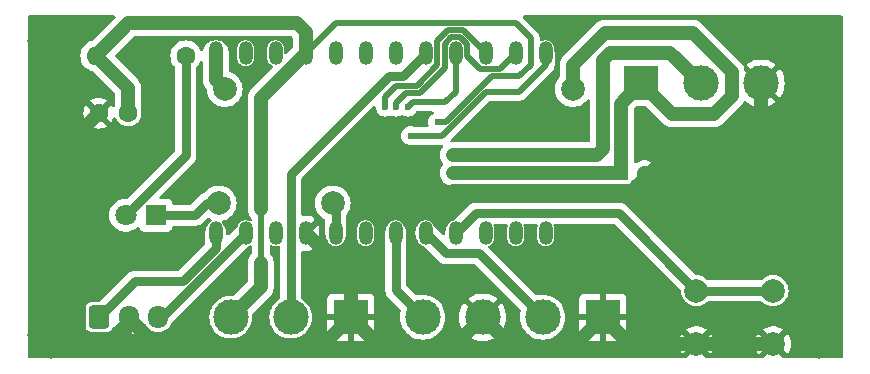
<source format=gbr>
%TF.GenerationSoftware,KiCad,Pcbnew,8.0.4*%
%TF.CreationDate,2024-08-22T00:59:55+02:00*%
%TF.ProjectId,feed-selector-v2,66656564-2d73-4656-9c65-63746f722d76,rev?*%
%TF.SameCoordinates,Original*%
%TF.FileFunction,Copper,L2,Bot*%
%TF.FilePolarity,Positive*%
%FSLAX46Y46*%
G04 Gerber Fmt 4.6, Leading zero omitted, Abs format (unit mm)*
G04 Created by KiCad (PCBNEW 8.0.4) date 2024-08-22 00:59:55*
%MOMM*%
%LPD*%
G01*
G04 APERTURE LIST*
G04 Aperture macros list*
%AMRoundRect*
0 Rectangle with rounded corners*
0 $1 Rounding radius*
0 $2 $3 $4 $5 $6 $7 $8 $9 X,Y pos of 4 corners*
0 Add a 4 corners polygon primitive as box body*
4,1,4,$2,$3,$4,$5,$6,$7,$8,$9,$2,$3,0*
0 Add four circle primitives for the rounded corners*
1,1,$1+$1,$2,$3*
1,1,$1+$1,$4,$5*
1,1,$1+$1,$6,$7*
1,1,$1+$1,$8,$9*
0 Add four rect primitives between the rounded corners*
20,1,$1+$1,$2,$3,$4,$5,0*
20,1,$1+$1,$4,$5,$6,$7,0*
20,1,$1+$1,$6,$7,$8,$9,0*
20,1,$1+$1,$8,$9,$2,$3,0*%
G04 Aperture macros list end*
%TA.AperFunction,ComponentPad*%
%ADD10O,1.200000X2.000000*%
%TD*%
%TA.AperFunction,ComponentPad*%
%ADD11R,1.200000X1.200000*%
%TD*%
%TA.AperFunction,ComponentPad*%
%ADD12C,1.200000*%
%TD*%
%TA.AperFunction,ComponentPad*%
%ADD13C,1.600000*%
%TD*%
%TA.AperFunction,ComponentPad*%
%ADD14O,1.600000X1.600000*%
%TD*%
%TA.AperFunction,ComponentPad*%
%ADD15R,3.000000X3.000000*%
%TD*%
%TA.AperFunction,ComponentPad*%
%ADD16C,3.000000*%
%TD*%
%TA.AperFunction,ComponentPad*%
%ADD17C,2.000000*%
%TD*%
%TA.AperFunction,ComponentPad*%
%ADD18R,1.800000X1.800000*%
%TD*%
%TA.AperFunction,ComponentPad*%
%ADD19C,1.800000*%
%TD*%
%TA.AperFunction,ComponentPad*%
%ADD20RoundRect,0.250000X-0.600000X-0.725000X0.600000X-0.725000X0.600000X0.725000X-0.600000X0.725000X0*%
%TD*%
%TA.AperFunction,ComponentPad*%
%ADD21O,1.700000X1.950000*%
%TD*%
%TA.AperFunction,ViaPad*%
%ADD22C,0.600000*%
%TD*%
%TA.AperFunction,ViaPad*%
%ADD23C,4.000000*%
%TD*%
%TA.AperFunction,ViaPad*%
%ADD24C,2.000000*%
%TD*%
%TA.AperFunction,Conductor*%
%ADD25C,0.500000*%
%TD*%
%TA.AperFunction,Conductor*%
%ADD26C,0.800000*%
%TD*%
%TA.AperFunction,Conductor*%
%ADD27C,1.200000*%
%TD*%
G04 APERTURE END LIST*
D10*
%TO.P,PRO_MINI1,1,TXO*%
%TO.N,Net-(J4-Pin_1)*%
X41910000Y-59436000D03*
%TO.P,PRO_MINI1,2,RXI*%
%TO.N,Net-(J4-Pin_3)*%
X44450000Y-59436000D03*
%TO.P,PRO_MINI1,3,RESET*%
%TO.N,unconnected-(PRO_MINI1-RESET-Pad3)*%
X46990000Y-59436000D03*
%TO.P,PRO_MINI1,4,GND*%
%TO.N,GND*%
X49530000Y-59436000D03*
%TO.P,PRO_MINI1,5,D2*%
%TO.N,Net-(D1-K)*%
X52070000Y-59436000D03*
%TO.P,PRO_MINI1,6,D3*%
%TO.N,Net-(PRO_MINI1-D3)*%
X54610000Y-59436000D03*
%TO.P,PRO_MINI1,7,D4*%
%TO.N,Net-(J1-Pin_4)*%
X57150000Y-59436000D03*
%TO.P,PRO_MINI1,8,D5*%
%TO.N,Net-(J1-Pin_2)*%
X59690000Y-59436000D03*
%TO.P,PRO_MINI1,9,D6*%
%TO.N,Net-(PRO_MINI1-D6)*%
X62230000Y-59436000D03*
%TO.P,PRO_MINI1,10,D7*%
%TO.N,unconnected-(PRO_MINI1-D7-Pad10)*%
X64770000Y-59436000D03*
%TO.P,PRO_MINI1,11,D8*%
%TO.N,unconnected-(PRO_MINI1-D8-Pad11)*%
X67310000Y-59436000D03*
%TO.P,PRO_MINI1,12,D9*%
%TO.N,unconnected-(PRO_MINI1-D9-Pad12)*%
X69850000Y-59436000D03*
%TO.P,PRO_MINI1,13,SS*%
%TO.N,Net-(PRO_MINI1-D10)*%
X69850000Y-44196000D03*
%TO.P,PRO_MINI1,14,MOSI*%
%TO.N,Net-(PRO_MINI1-D11)*%
X67310000Y-44196000D03*
%TO.P,PRO_MINI1,15,MISO*%
%TO.N,Net-(PRO_MINI1-D12)*%
X64770000Y-44196000D03*
%TO.P,PRO_MINI1,16,SCK*%
%TO.N,Net-(PRO_MINI1-D13)*%
X62230000Y-44196000D03*
%TO.P,PRO_MINI1,17,A0*%
%TO.N,Net-(J3-Pin_2)*%
X59690000Y-44196000D03*
%TO.P,PRO_MINI1,18,A1*%
%TO.N,unconnected-(PRO_MINI1-A1-Pad18)*%
X57150000Y-44196000D03*
%TO.P,PRO_MINI1,19,A2*%
%TO.N,unconnected-(PRO_MINI1-A2-Pad19)*%
X54610000Y-44196000D03*
%TO.P,PRO_MINI1,20,A3*%
%TO.N,unconnected-(PRO_MINI1-A3-Pad20)*%
X52070000Y-44196000D03*
%TO.P,PRO_MINI1,21,VCC*%
%TO.N,+3.3V*%
X49530000Y-44196000D03*
%TO.P,PRO_MINI1,22,RESET*%
%TO.N,unconnected-(PRO_MINI1-RESET-Pad22)*%
X46990000Y-44196000D03*
%TO.P,PRO_MINI1,23,GND*%
%TO.N,unconnected-(PRO_MINI1-GND-Pad23)*%
X44450000Y-44196000D03*
%TO.P,PRO_MINI1,24,RAW*%
%TO.N,+10V*%
X41910000Y-44196000D03*
%TD*%
D11*
%TO.P,C1,1*%
%TO.N,+10V*%
X76200000Y-54356000D03*
D12*
%TO.P,C1,2*%
%TO.N,GND*%
X78200000Y-54356000D03*
%TD*%
D13*
%TO.P,R1,1*%
%TO.N,Net-(D1-A)*%
X39370000Y-44414000D03*
D14*
%TO.P,R1,2*%
%TO.N,+3.3V*%
X31750000Y-44414000D03*
%TD*%
D15*
%TO.P,J1,1,Pin_1*%
%TO.N,GND*%
X74676000Y-66548000D03*
D16*
%TO.P,J1,2,Pin_2*%
%TO.N,Net-(J1-Pin_2)*%
X69596000Y-66548000D03*
%TO.P,J1,3,Pin_3*%
%TO.N,GND*%
X64516000Y-66548000D03*
%TO.P,J1,4,Pin_4*%
%TO.N,Net-(J1-Pin_4)*%
X59436000Y-66548000D03*
%TD*%
D15*
%TO.P,J3,1,Pin_1*%
%TO.N,GND*%
X53340000Y-66548000D03*
D16*
%TO.P,J3,2,Pin_2*%
%TO.N,Net-(J3-Pin_2)*%
X48260000Y-66548000D03*
%TO.P,J3,3,Pin_3*%
%TO.N,+3.3V*%
X43180000Y-66548000D03*
%TD*%
D17*
%TO.P,SW1,1,1*%
%TO.N,GND*%
X89102000Y-68798000D03*
X82602000Y-68798000D03*
%TO.P,SW1,2,2*%
%TO.N,Net-(PRO_MINI1-D6)*%
X89102000Y-64298000D03*
X82602000Y-64298000D03*
%TD*%
D15*
%TO.P,J2,1,Pin_1*%
%TO.N,+10V*%
X77920000Y-46736000D03*
D16*
%TO.P,J2,2,Pin_2*%
%TO.N,VOUT*%
X83000000Y-46736000D03*
%TO.P,J2,3,Pin_3*%
%TO.N,GND*%
X88080000Y-46736000D03*
%TD*%
D18*
%TO.P,D1,1,K*%
%TO.N,Net-(D1-K)*%
X36835000Y-57912000D03*
D19*
%TO.P,D1,2,A*%
%TO.N,Net-(D1-A)*%
X34295000Y-57912000D03*
%TD*%
D20*
%TO.P,J4,1,Pin_1*%
%TO.N,Net-(J4-Pin_1)*%
X32044000Y-66531000D03*
D21*
%TO.P,J4,2,Pin_2*%
%TO.N,GND*%
X34544000Y-66531000D03*
%TO.P,J4,3,Pin_3*%
%TO.N,Net-(J4-Pin_3)*%
X37044000Y-66531000D03*
%TD*%
D13*
%TO.P,C3,1*%
%TO.N,GND*%
X32004000Y-49276000D03*
%TO.P,C3,2*%
%TO.N,+3.3V*%
X34504000Y-49276000D03*
%TD*%
D22*
%TO.N,Net-(PRO_MINI1-D11)*%
X57150000Y-48768000D03*
%TO.N,Net-(PRO_MINI1-D10)*%
X58420000Y-51181000D03*
%TO.N,Net-(PRO_MINI1-D13)*%
X58166000Y-48768000D03*
%TO.N,Net-(PRO_MINI1-D12)*%
X56261000Y-48768000D03*
%TO.N,GND*%
X55880000Y-57912000D03*
%TO.N,+3.3V*%
X60706000Y-50038000D03*
%TO.N,GND*%
X61976000Y-55880000D03*
%TO.N,+10V*%
X61976000Y-54356000D03*
%TO.N,VOUT*%
X61976000Y-52832000D03*
D23*
%TO.N,GND*%
X27940000Y-43180000D03*
X27940000Y-68072000D03*
X92964000Y-68072000D03*
X92964000Y-43180000D03*
D24*
%TO.N,Net-(D1-K)*%
X42164000Y-56896000D03*
X51816000Y-56896000D03*
%TO.N,+10V*%
X42672000Y-47244000D03*
X72136000Y-47244000D03*
%TD*%
D25*
%TO.N,Net-(PRO_MINI1-D11)*%
X62623503Y-42846000D02*
X61836497Y-42846000D01*
X65960000Y-45546000D02*
X64312000Y-45546000D01*
X57983000Y-47554000D02*
X57150000Y-48387000D01*
X64312000Y-45546000D02*
X63180000Y-44414000D01*
X61836497Y-42846000D02*
X61280000Y-43402497D01*
X63180000Y-44414000D02*
X63180000Y-43402497D01*
X63180000Y-43402497D02*
X62623503Y-42846000D01*
X67310000Y-44196000D02*
X65960000Y-45546000D01*
X61280000Y-43402497D02*
X61280000Y-45450528D01*
X59176528Y-47554000D02*
X57983000Y-47554000D01*
X61280000Y-45450528D02*
X59176528Y-47554000D01*
X57150000Y-48387000D02*
X57150000Y-48768000D01*
%TO.N,Net-(PRO_MINI1-D12)*%
X64770000Y-44143969D02*
X62872031Y-42246000D01*
X57186000Y-46954000D02*
X56261000Y-47879000D01*
X62872031Y-42246000D02*
X61587969Y-42246000D01*
X60680000Y-45202000D02*
X58928000Y-46954000D01*
X61587969Y-42246000D02*
X60680000Y-43153969D01*
X56261000Y-47879000D02*
X56261000Y-48768000D01*
X60680000Y-43153969D02*
X60680000Y-45202000D01*
X58928000Y-46954000D02*
X57186000Y-46954000D01*
D26*
%TO.N,Net-(J3-Pin_2)*%
X59690000Y-44196000D02*
X57785000Y-46101000D01*
X56539000Y-46101000D02*
X48260000Y-54380000D01*
X57785000Y-46101000D02*
X56539000Y-46101000D01*
X48260000Y-54380000D02*
X48260000Y-66548000D01*
D25*
%TO.N,Net-(PRO_MINI1-D10)*%
X58420000Y-51181000D02*
X61087000Y-51181000D01*
X61087000Y-51181000D02*
X64806000Y-47462000D01*
X64806000Y-47462000D02*
X67564000Y-47462000D01*
X67564000Y-47462000D02*
X69850000Y-45176000D01*
%TO.N,Net-(PRO_MINI1-D12)*%
X56254001Y-48768000D02*
X56246001Y-48776000D01*
X56261000Y-48768000D02*
X56254001Y-48768000D01*
%TO.N,GND*%
X55880000Y-57912000D02*
X55880000Y-60960000D01*
X55880000Y-60960000D02*
X53340000Y-63500000D01*
%TO.N,+3.3V*%
X65273472Y-46146000D02*
X67628751Y-46146000D01*
X61406872Y-50012600D02*
X65273472Y-46146000D01*
X67628751Y-46146000D02*
X68580000Y-45194751D01*
X60731400Y-50012600D02*
X61406872Y-50012600D01*
X68580000Y-45194751D02*
X68580000Y-42926000D01*
X68580000Y-42926000D02*
X67300000Y-41646000D01*
X67300000Y-41646000D02*
X52080000Y-41646000D01*
X52080000Y-41646000D02*
X49530000Y-44196000D01*
D27*
%TO.N,GND*%
X53340000Y-63500000D02*
X53340000Y-63246000D01*
X27940000Y-68072000D02*
X29972000Y-67417274D01*
D26*
%TO.N,Net-(PRO_MINI1-D6)*%
X89102000Y-64298000D02*
X82602000Y-64298000D01*
D27*
%TO.N,+3.3V*%
X34504000Y-49276000D02*
X34504000Y-47168000D01*
X34504000Y-47168000D02*
X31750000Y-44414000D01*
D26*
%TO.N,Net-(D1-K)*%
X41148000Y-56896000D02*
X42164000Y-56896000D01*
X36835000Y-57912000D02*
X40132000Y-57912000D01*
X40132000Y-57912000D02*
X41148000Y-56896000D01*
X52070000Y-57150000D02*
X51816000Y-56896000D01*
X52070000Y-59436000D02*
X52070000Y-57150000D01*
D27*
%TO.N,VOUT*%
X64964000Y-52832000D02*
X61976000Y-52832000D01*
%TO.N,+10V*%
X41910000Y-46482000D02*
X42672000Y-47244000D01*
X41910000Y-44196000D02*
X41910000Y-46482000D01*
X72136000Y-45212000D02*
X72136000Y-47244000D01*
X74852000Y-42496000D02*
X72136000Y-45212000D01*
X85580000Y-45780466D02*
X82295534Y-42496000D01*
X85580000Y-47832956D02*
X85580000Y-45780466D01*
X82295534Y-42496000D02*
X74852000Y-42496000D01*
X84076956Y-49336000D02*
X85580000Y-47832956D01*
%TO.N,GND*%
X88080000Y-46736000D02*
X88080000Y-51620000D01*
X88080000Y-51620000D02*
X85344000Y-54356000D01*
X85344000Y-54356000D02*
X78200000Y-54356000D01*
X77676000Y-55880000D02*
X61976000Y-55880000D01*
X78200000Y-55356000D02*
X77676000Y-55880000D01*
X78200000Y-54356000D02*
X78200000Y-55356000D01*
D25*
%TO.N,+3.3V*%
X45720000Y-57404000D02*
X45720000Y-61976000D01*
D27*
X45720000Y-48006000D02*
X45720000Y-57404000D01*
X49530000Y-44196000D02*
X45720000Y-48006000D01*
X45720000Y-64008000D02*
X45720000Y-61976000D01*
X43180000Y-66548000D02*
X45720000Y-64008000D01*
X31750000Y-44414000D02*
X34508000Y-41656000D01*
X48768000Y-41656000D02*
X49530000Y-42418000D01*
X34508000Y-41656000D02*
X48768000Y-41656000D01*
X49530000Y-42418000D02*
X49530000Y-44196000D01*
D26*
%TO.N,Net-(D1-A)*%
X39370000Y-44414000D02*
X39370000Y-52837000D01*
X39370000Y-52837000D02*
X34295000Y-57912000D01*
D25*
%TO.N,Net-(PRO_MINI1-D10)*%
X69850000Y-45176000D02*
X69850000Y-44196000D01*
D27*
%TO.N,GND*%
X34544000Y-66531000D02*
X34544000Y-66989274D01*
X29972000Y-67417274D02*
X29972000Y-51308000D01*
X34544000Y-66989274D02*
X33127274Y-68406000D01*
X33127274Y-68406000D02*
X30960726Y-68406000D01*
X30960726Y-68406000D02*
X27940000Y-68072000D01*
X29972000Y-51308000D02*
X32004000Y-49276000D01*
X53340000Y-66548000D02*
X53340000Y-63500000D01*
X53340000Y-63246000D02*
X49530000Y-59436000D01*
X53340000Y-66548000D02*
X50940000Y-68948000D01*
X50940000Y-68948000D02*
X36861126Y-68948000D01*
X36861126Y-68948000D02*
X34544000Y-66630874D01*
X34544000Y-66630874D02*
X34544000Y-66531000D01*
X64516000Y-66548000D02*
X62016000Y-69048000D01*
X62016000Y-69048000D02*
X55840000Y-69048000D01*
X55840000Y-69048000D02*
X53340000Y-66548000D01*
X74676000Y-66548000D02*
X72176000Y-69048000D01*
X72176000Y-69048000D02*
X67016000Y-69048000D01*
X67016000Y-69048000D02*
X64516000Y-66548000D01*
X82602000Y-68798000D02*
X76926000Y-68798000D01*
X76926000Y-68798000D02*
X74676000Y-66548000D01*
X89102000Y-68798000D02*
X82602000Y-68798000D01*
D25*
%TO.N,Net-(PRO_MINI1-D13)*%
X58196000Y-48756000D02*
X58586000Y-48366000D01*
X58586000Y-48366000D02*
X61356346Y-48366000D01*
X61356346Y-48366000D02*
X62230000Y-47492346D01*
X62230000Y-47492346D02*
X62230000Y-44196000D01*
D26*
%TO.N,Net-(J4-Pin_1)*%
X41910000Y-60703208D02*
X39114604Y-63498604D01*
X41910000Y-59436000D02*
X41910000Y-60703208D01*
X39114604Y-63498604D02*
X35076396Y-63498604D01*
X35076396Y-63498604D02*
X32044000Y-66531000D01*
%TO.N,Net-(J4-Pin_3)*%
X44450000Y-59436000D02*
X37355000Y-66531000D01*
X37355000Y-66531000D02*
X37044000Y-66531000D01*
%TO.N,Net-(PRO_MINI1-D6)*%
X62230000Y-59436000D02*
X63930000Y-57736000D01*
X63930000Y-57736000D02*
X76040000Y-57736000D01*
X76040000Y-57736000D02*
X82602000Y-64298000D01*
%TO.N,Net-(J1-Pin_2)*%
X69596000Y-66548000D02*
X64184000Y-61136000D01*
X61390000Y-61136000D02*
X59690000Y-59436000D01*
X64184000Y-61136000D02*
X61390000Y-61136000D01*
%TO.N,Net-(J1-Pin_4)*%
X59436000Y-66548000D02*
X57150000Y-64262000D01*
X57150000Y-64262000D02*
X57150000Y-59436000D01*
D27*
%TO.N,+10V*%
X76200000Y-54356000D02*
X61976000Y-54356000D01*
X77920000Y-46736000D02*
X76200000Y-48456000D01*
X76200000Y-48456000D02*
X76200000Y-54356000D01*
X77920000Y-46736000D02*
X80520000Y-49336000D01*
X80520000Y-49336000D02*
X84076956Y-49336000D01*
%TO.N,VOUT*%
X80400000Y-44136000D02*
X83000000Y-46736000D01*
X74676000Y-52324000D02*
X74676000Y-44780000D01*
X75320000Y-44136000D02*
X80400000Y-44136000D01*
X74676000Y-44780000D02*
X75320000Y-44136000D01*
X74168000Y-52832000D02*
X74676000Y-52324000D01*
X64964000Y-52832000D02*
X74168000Y-52832000D01*
%TD*%
%TA.AperFunction,Conductor*%
%TO.N,GND*%
G36*
X33374835Y-41020185D02*
G01*
X33420590Y-41072989D01*
X33430534Y-41142147D01*
X33401509Y-41205703D01*
X33395477Y-41212181D01*
X31486676Y-43120980D01*
X31431090Y-43153073D01*
X31303504Y-43187260D01*
X31097267Y-43283431D01*
X31097265Y-43283432D01*
X30910858Y-43413954D01*
X30749954Y-43574858D01*
X30619432Y-43761265D01*
X30619431Y-43761267D01*
X30523261Y-43967502D01*
X30523258Y-43967511D01*
X30464366Y-44187302D01*
X30464364Y-44187313D01*
X30444532Y-44413998D01*
X30444532Y-44414001D01*
X30464364Y-44640686D01*
X30464366Y-44640697D01*
X30523258Y-44860488D01*
X30523261Y-44860497D01*
X30619431Y-45066732D01*
X30619432Y-45066734D01*
X30749954Y-45253141D01*
X30910858Y-45414045D01*
X30910861Y-45414047D01*
X31097266Y-45544568D01*
X31303504Y-45640739D01*
X31303506Y-45640739D01*
X31303513Y-45640742D01*
X31389023Y-45663653D01*
X31431087Y-45674924D01*
X31486676Y-45707018D01*
X33367181Y-47587523D01*
X33400666Y-47648846D01*
X33403500Y-47675204D01*
X33403500Y-48641846D01*
X33383815Y-48708885D01*
X33331011Y-48754640D01*
X33261853Y-48764584D01*
X33198297Y-48735559D01*
X33167118Y-48694251D01*
X33134134Y-48623517D01*
X33134132Y-48623513D01*
X33083025Y-48550526D01*
X32404000Y-49229551D01*
X32404000Y-49223339D01*
X32376741Y-49121606D01*
X32324080Y-49030394D01*
X32249606Y-48955920D01*
X32158394Y-48903259D01*
X32056661Y-48876000D01*
X32050448Y-48876000D01*
X32729472Y-48196974D01*
X32656478Y-48145863D01*
X32450331Y-48049735D01*
X32450317Y-48049730D01*
X32230610Y-47990860D01*
X32230599Y-47990858D01*
X32004002Y-47971034D01*
X32003998Y-47971034D01*
X31777400Y-47990858D01*
X31777389Y-47990860D01*
X31557682Y-48049730D01*
X31557673Y-48049734D01*
X31351516Y-48145866D01*
X31351512Y-48145868D01*
X31278526Y-48196973D01*
X31278526Y-48196974D01*
X31957553Y-48876000D01*
X31951339Y-48876000D01*
X31849606Y-48903259D01*
X31758394Y-48955920D01*
X31683920Y-49030394D01*
X31631259Y-49121606D01*
X31604000Y-49223339D01*
X31604000Y-49229552D01*
X30924974Y-48550526D01*
X30924973Y-48550526D01*
X30873868Y-48623512D01*
X30873866Y-48623516D01*
X30777734Y-48829673D01*
X30777730Y-48829682D01*
X30718860Y-49049389D01*
X30718858Y-49049400D01*
X30699034Y-49275997D01*
X30699034Y-49276002D01*
X30718858Y-49502599D01*
X30718860Y-49502610D01*
X30777730Y-49722317D01*
X30777735Y-49722331D01*
X30873863Y-49928478D01*
X30924974Y-50001472D01*
X31604000Y-49322446D01*
X31604000Y-49328661D01*
X31631259Y-49430394D01*
X31683920Y-49521606D01*
X31758394Y-49596080D01*
X31849606Y-49648741D01*
X31951339Y-49676000D01*
X31957553Y-49676000D01*
X31278526Y-50355025D01*
X31351513Y-50406132D01*
X31351521Y-50406136D01*
X31557668Y-50502264D01*
X31557682Y-50502269D01*
X31777389Y-50561139D01*
X31777400Y-50561141D01*
X32003998Y-50580966D01*
X32004002Y-50580966D01*
X32230599Y-50561141D01*
X32230610Y-50561139D01*
X32450317Y-50502269D01*
X32450331Y-50502264D01*
X32656478Y-50406136D01*
X32729471Y-50355024D01*
X32050447Y-49676000D01*
X32056661Y-49676000D01*
X32158394Y-49648741D01*
X32249606Y-49596080D01*
X32324080Y-49521606D01*
X32376741Y-49430394D01*
X32404000Y-49328661D01*
X32404000Y-49322447D01*
X33083024Y-50001471D01*
X33134136Y-49928478D01*
X33230264Y-49722331D01*
X33230270Y-49722315D01*
X33238880Y-49690181D01*
X33275244Y-49630520D01*
X33338090Y-49599990D01*
X33407466Y-49608284D01*
X33461344Y-49652769D01*
X33470516Y-49670290D01*
X33470863Y-49670118D01*
X33473417Y-49675248D01*
X33473418Y-49675250D01*
X33478446Y-49685348D01*
X33478457Y-49685369D01*
X33482006Y-49694052D01*
X33482264Y-49693946D01*
X33484126Y-49698443D01*
X33484127Y-49698445D01*
X33520915Y-49770646D01*
X33521281Y-49771373D01*
X33564327Y-49857821D01*
X33564328Y-49857823D01*
X33618999Y-49930218D01*
X33620364Y-49932061D01*
X33664582Y-49992924D01*
X33665722Y-49994064D01*
X33676994Y-50007017D01*
X33687236Y-50020579D01*
X33741727Y-50070254D01*
X33745847Y-50074189D01*
X33787072Y-50115414D01*
X33802164Y-50126379D01*
X33812810Y-50135055D01*
X33837959Y-50157981D01*
X33837962Y-50157984D01*
X33886169Y-50187831D01*
X33893776Y-50192938D01*
X33927212Y-50217232D01*
X33958975Y-50233416D01*
X33958989Y-50233423D01*
X33967958Y-50238473D01*
X34011363Y-50265348D01*
X34011367Y-50265349D01*
X34011370Y-50265351D01*
X34033997Y-50274116D01*
X34048374Y-50279686D01*
X34048380Y-50279688D01*
X34059876Y-50284827D01*
X34081555Y-50295873D01*
X34131629Y-50312143D01*
X34138095Y-50314444D01*
X34201540Y-50339023D01*
X34201542Y-50339023D01*
X34201544Y-50339024D01*
X34223828Y-50343189D01*
X34239358Y-50347146D01*
X34246299Y-50349402D01*
X34315127Y-50360303D01*
X34318413Y-50360870D01*
X34402024Y-50376500D01*
X34402026Y-50376500D01*
X34605973Y-50376500D01*
X34605976Y-50376500D01*
X34689609Y-50360865D01*
X34692858Y-50360305D01*
X34761701Y-50349402D01*
X34768642Y-50347146D01*
X34784173Y-50343188D01*
X34806456Y-50339024D01*
X34869925Y-50314435D01*
X34876318Y-50312159D01*
X34926445Y-50295873D01*
X34948126Y-50284825D01*
X34959611Y-50279691D01*
X34996637Y-50265348D01*
X35040042Y-50238472D01*
X35048999Y-50233428D01*
X35080788Y-50217232D01*
X35114213Y-50192946D01*
X35121822Y-50187835D01*
X35170041Y-50157981D01*
X35195189Y-50135053D01*
X35205830Y-50126382D01*
X35220928Y-50115414D01*
X35262171Y-50074169D01*
X35266269Y-50070256D01*
X35320764Y-50020579D01*
X35331005Y-50007017D01*
X35342286Y-49994055D01*
X35343414Y-49992928D01*
X35387687Y-49931989D01*
X35388962Y-49930267D01*
X35443673Y-49857821D01*
X35486689Y-49771429D01*
X35487113Y-49770588D01*
X35523873Y-49698445D01*
X35523876Y-49698433D01*
X35525740Y-49693936D01*
X35526000Y-49694043D01*
X35529545Y-49685363D01*
X35534582Y-49675250D01*
X35556316Y-49598858D01*
X35557627Y-49594555D01*
X35577402Y-49533701D01*
X35579431Y-49520881D01*
X35582640Y-49506342D01*
X35586212Y-49493789D01*
X35590397Y-49479083D01*
X35596152Y-49416966D01*
X35597150Y-49409013D01*
X35597282Y-49408184D01*
X35604500Y-49362611D01*
X35604500Y-49332616D01*
X35605029Y-49321175D01*
X35609215Y-49276000D01*
X35609215Y-49275998D01*
X35605029Y-49230823D01*
X35604500Y-49219382D01*
X35604500Y-47081389D01*
X35596170Y-47028795D01*
X35577402Y-46910299D01*
X35523873Y-46745555D01*
X35445232Y-46591212D01*
X35343414Y-46451072D01*
X35220928Y-46328586D01*
X33394023Y-44501681D01*
X33360538Y-44440358D01*
X33365522Y-44370666D01*
X33394023Y-44326319D01*
X34927523Y-42792819D01*
X34988846Y-42759334D01*
X35015204Y-42756500D01*
X48260796Y-42756500D01*
X48327835Y-42776185D01*
X48348477Y-42792819D01*
X48393181Y-42837523D01*
X48426666Y-42898846D01*
X48429500Y-42925204D01*
X48429500Y-43688796D01*
X48409815Y-43755835D01*
X48393181Y-43776477D01*
X47902181Y-44267477D01*
X47840858Y-44300962D01*
X47771166Y-44295978D01*
X47715233Y-44254106D01*
X47690816Y-44188642D01*
X47690500Y-44179796D01*
X47690500Y-43727004D01*
X47663581Y-43591677D01*
X47663580Y-43591676D01*
X47663580Y-43591672D01*
X47663578Y-43591667D01*
X47610778Y-43464195D01*
X47610771Y-43464182D01*
X47534114Y-43349458D01*
X47534111Y-43349454D01*
X47436545Y-43251888D01*
X47436541Y-43251885D01*
X47321817Y-43175228D01*
X47321804Y-43175221D01*
X47194332Y-43122421D01*
X47194322Y-43122418D01*
X47058995Y-43095500D01*
X47058993Y-43095500D01*
X46921007Y-43095500D01*
X46921005Y-43095500D01*
X46785677Y-43122418D01*
X46785667Y-43122421D01*
X46658195Y-43175221D01*
X46658182Y-43175228D01*
X46543458Y-43251885D01*
X46543454Y-43251888D01*
X46445888Y-43349454D01*
X46445885Y-43349458D01*
X46369228Y-43464182D01*
X46369221Y-43464195D01*
X46316421Y-43591667D01*
X46316418Y-43591677D01*
X46289500Y-43727004D01*
X46289500Y-43727007D01*
X46289500Y-44664993D01*
X46289500Y-44664995D01*
X46289499Y-44664995D01*
X46316418Y-44800322D01*
X46316421Y-44800332D01*
X46369221Y-44927804D01*
X46369228Y-44927817D01*
X46445885Y-45042541D01*
X46445888Y-45042545D01*
X46543454Y-45140111D01*
X46543458Y-45140114D01*
X46658182Y-45216771D01*
X46658189Y-45216775D01*
X46695115Y-45232070D01*
X46749518Y-45275909D01*
X46771584Y-45342203D01*
X46754306Y-45409903D01*
X46735344Y-45434312D01*
X45003072Y-47166586D01*
X44880588Y-47289069D01*
X44880588Y-47289070D01*
X44880586Y-47289072D01*
X44851969Y-47328460D01*
X44778768Y-47429211D01*
X44700128Y-47583552D01*
X44700127Y-47583554D01*
X44700127Y-47583555D01*
X44673362Y-47665927D01*
X44646597Y-47748302D01*
X44619500Y-47919389D01*
X44619500Y-57490610D01*
X44638821Y-57612603D01*
X44646598Y-57661701D01*
X44652768Y-57680691D01*
X44700128Y-57826447D01*
X44743719Y-57912000D01*
X44778768Y-57980788D01*
X44880586Y-58120928D01*
X44880588Y-58120930D01*
X44933181Y-58173523D01*
X44966666Y-58234846D01*
X44969500Y-58261204D01*
X44969500Y-58308664D01*
X44949815Y-58375703D01*
X44897011Y-58421458D01*
X44827853Y-58431402D01*
X44787056Y-58418027D01*
X44781814Y-58415225D01*
X44654332Y-58362421D01*
X44654322Y-58362418D01*
X44518995Y-58335500D01*
X44518993Y-58335500D01*
X44381007Y-58335500D01*
X44381005Y-58335500D01*
X44245677Y-58362418D01*
X44245667Y-58362421D01*
X44118195Y-58415221D01*
X44118182Y-58415228D01*
X44003458Y-58491885D01*
X44003454Y-58491888D01*
X43905888Y-58589454D01*
X43905885Y-58589458D01*
X43829228Y-58704182D01*
X43829223Y-58704192D01*
X43782742Y-58816408D01*
X43755862Y-58856636D01*
X43022181Y-59590318D01*
X42960858Y-59623803D01*
X42891167Y-59618819D01*
X42835233Y-59576947D01*
X42810816Y-59511483D01*
X42810500Y-59502637D01*
X42810500Y-59347306D01*
X42810499Y-59347304D01*
X42775896Y-59173341D01*
X42775893Y-59173333D01*
X42752113Y-59115920D01*
X42708016Y-59009459D01*
X42708009Y-59009446D01*
X42609464Y-58861965D01*
X42609461Y-58861961D01*
X42604139Y-58856639D01*
X42577259Y-58816411D01*
X42530776Y-58704191D01*
X42530771Y-58704182D01*
X42454114Y-58589458D01*
X42454111Y-58589454D01*
X42435384Y-58570727D01*
X42401899Y-58509404D01*
X42406883Y-58439712D01*
X42448755Y-58383779D01*
X42502656Y-58360737D01*
X42507636Y-58359905D01*
X42533614Y-58355571D01*
X42768810Y-58274828D01*
X42987509Y-58156474D01*
X43183744Y-58003738D01*
X43352164Y-57820785D01*
X43488173Y-57612607D01*
X43588063Y-57384881D01*
X43649108Y-57143821D01*
X43649109Y-57143812D01*
X43669643Y-56896005D01*
X43669643Y-56895994D01*
X43649109Y-56648183D01*
X43649107Y-56648175D01*
X43588063Y-56407118D01*
X43488173Y-56179393D01*
X43352166Y-55971217D01*
X43330557Y-55947744D01*
X43183744Y-55788262D01*
X42987509Y-55635526D01*
X42987507Y-55635525D01*
X42987506Y-55635524D01*
X42768811Y-55517172D01*
X42768802Y-55517169D01*
X42533616Y-55436429D01*
X42288335Y-55395500D01*
X42039665Y-55395500D01*
X41794383Y-55436429D01*
X41559197Y-55517169D01*
X41559188Y-55517172D01*
X41340493Y-55635524D01*
X41144257Y-55788261D01*
X40975834Y-55971216D01*
X40973627Y-55974595D01*
X40920474Y-56019944D01*
X40894027Y-56028375D01*
X40885338Y-56030103D01*
X40885329Y-56030106D01*
X40803392Y-56064045D01*
X40803393Y-56064046D01*
X40721455Y-56097985D01*
X40633040Y-56157063D01*
X40633039Y-56157064D01*
X40573961Y-56196537D01*
X40573960Y-56196538D01*
X39795319Y-56975181D01*
X39733996Y-57008666D01*
X39707638Y-57011500D01*
X38351977Y-57011500D01*
X38284938Y-56991815D01*
X38239183Y-56939011D01*
X38231733Y-56911865D01*
X38230876Y-56912068D01*
X38229092Y-56904520D01*
X38178797Y-56769671D01*
X38178793Y-56769664D01*
X38092547Y-56654455D01*
X38092544Y-56654452D01*
X37977335Y-56568206D01*
X37977328Y-56568202D01*
X37842482Y-56517908D01*
X37842483Y-56517908D01*
X37782883Y-56511501D01*
X37782881Y-56511500D01*
X37782873Y-56511500D01*
X37782865Y-56511500D01*
X37268361Y-56511500D01*
X37201322Y-56491815D01*
X37155567Y-56439011D01*
X37145623Y-56369853D01*
X37174648Y-56306297D01*
X37180680Y-56299819D01*
X38540588Y-54939912D01*
X40069464Y-53411036D01*
X40155283Y-53282598D01*
X40168013Y-53263547D01*
X40209489Y-53163414D01*
X40235895Y-53099666D01*
X40270500Y-52925692D01*
X40270500Y-52748308D01*
X40270500Y-45404048D01*
X40290185Y-45337009D01*
X40306814Y-45316371D01*
X40370047Y-45253139D01*
X40500568Y-45066734D01*
X40573119Y-44911148D01*
X40619290Y-44858711D01*
X40686484Y-44839559D01*
X40753365Y-44859775D01*
X40798700Y-44912940D01*
X40809500Y-44963555D01*
X40809500Y-46395389D01*
X40809500Y-46568611D01*
X40813080Y-46591212D01*
X40836011Y-46736000D01*
X40836598Y-46739701D01*
X40890127Y-46904445D01*
X40968768Y-47058788D01*
X41070586Y-47198928D01*
X41070588Y-47198930D01*
X41138795Y-47267137D01*
X41172280Y-47328460D01*
X41174690Y-47344578D01*
X41186890Y-47491812D01*
X41186892Y-47491824D01*
X41247936Y-47732881D01*
X41347826Y-47960606D01*
X41483833Y-48168782D01*
X41497528Y-48183659D01*
X41652256Y-48351738D01*
X41848491Y-48504474D01*
X42067190Y-48622828D01*
X42302386Y-48703571D01*
X42547665Y-48744500D01*
X42796335Y-48744500D01*
X43041614Y-48703571D01*
X43276810Y-48622828D01*
X43495509Y-48504474D01*
X43691744Y-48351738D01*
X43860164Y-48168785D01*
X43996173Y-47960607D01*
X44096063Y-47732881D01*
X44157108Y-47491821D01*
X44162296Y-47429211D01*
X44177643Y-47244005D01*
X44177643Y-47243994D01*
X44157109Y-46996187D01*
X44157107Y-46996175D01*
X44096063Y-46755118D01*
X43996173Y-46527393D01*
X43860166Y-46319217D01*
X43802948Y-46257062D01*
X43691744Y-46136262D01*
X43495509Y-45983526D01*
X43495507Y-45983525D01*
X43495506Y-45983524D01*
X43276811Y-45865172D01*
X43276802Y-45865169D01*
X43094237Y-45802493D01*
X43037221Y-45762107D01*
X43011091Y-45697307D01*
X43010500Y-45685212D01*
X43010500Y-44664995D01*
X43749499Y-44664995D01*
X43776418Y-44800322D01*
X43776421Y-44800332D01*
X43829221Y-44927804D01*
X43829228Y-44927817D01*
X43905885Y-45042541D01*
X43905888Y-45042545D01*
X44003454Y-45140111D01*
X44003458Y-45140114D01*
X44118182Y-45216771D01*
X44118195Y-45216778D01*
X44245667Y-45269578D01*
X44245672Y-45269580D01*
X44245676Y-45269580D01*
X44245677Y-45269581D01*
X44381004Y-45296500D01*
X44381007Y-45296500D01*
X44518995Y-45296500D01*
X44622716Y-45275868D01*
X44654328Y-45269580D01*
X44781811Y-45216775D01*
X44896542Y-45140114D01*
X44994114Y-45042542D01*
X45070775Y-44927811D01*
X45123580Y-44800328D01*
X45137392Y-44730891D01*
X45150500Y-44664995D01*
X45150500Y-43727004D01*
X45123581Y-43591677D01*
X45123580Y-43591676D01*
X45123580Y-43591672D01*
X45123578Y-43591667D01*
X45070778Y-43464195D01*
X45070771Y-43464182D01*
X44994114Y-43349458D01*
X44994111Y-43349454D01*
X44896545Y-43251888D01*
X44896541Y-43251885D01*
X44781817Y-43175228D01*
X44781804Y-43175221D01*
X44654332Y-43122421D01*
X44654322Y-43122418D01*
X44518995Y-43095500D01*
X44518993Y-43095500D01*
X44381007Y-43095500D01*
X44381005Y-43095500D01*
X44245677Y-43122418D01*
X44245667Y-43122421D01*
X44118195Y-43175221D01*
X44118182Y-43175228D01*
X44003458Y-43251885D01*
X44003454Y-43251888D01*
X43905888Y-43349454D01*
X43905885Y-43349458D01*
X43829228Y-43464182D01*
X43829221Y-43464195D01*
X43776421Y-43591667D01*
X43776418Y-43591677D01*
X43749500Y-43727004D01*
X43749500Y-43727007D01*
X43749500Y-44664993D01*
X43749500Y-44664995D01*
X43749499Y-44664995D01*
X43010500Y-44664995D01*
X43010500Y-44109389D01*
X43000038Y-44043333D01*
X42983402Y-43938299D01*
X42929873Y-43773555D01*
X42851232Y-43619212D01*
X42749414Y-43479072D01*
X42626928Y-43356586D01*
X42486788Y-43254768D01*
X42332445Y-43176127D01*
X42167701Y-43122598D01*
X42167699Y-43122597D01*
X42167698Y-43122597D01*
X42036271Y-43101781D01*
X41996611Y-43095500D01*
X41823389Y-43095500D01*
X41783728Y-43101781D01*
X41652302Y-43122597D01*
X41487552Y-43176128D01*
X41333211Y-43254768D01*
X41253256Y-43312859D01*
X41193072Y-43356586D01*
X41193070Y-43356588D01*
X41193069Y-43356588D01*
X41070588Y-43479069D01*
X41070588Y-43479070D01*
X41070586Y-43479072D01*
X41026859Y-43539256D01*
X40968768Y-43619211D01*
X40890128Y-43773552D01*
X40836597Y-43938302D01*
X40836596Y-43938304D01*
X40835651Y-43944274D01*
X40805718Y-44007407D01*
X40746405Y-44044335D01*
X40676542Y-44043333D01*
X40618312Y-44004720D01*
X40599497Y-43972191D01*
X40599027Y-43972411D01*
X40588014Y-43948793D01*
X40500568Y-43761266D01*
X40385199Y-43596500D01*
X40370045Y-43574858D01*
X40209141Y-43413954D01*
X40022734Y-43283432D01*
X40022732Y-43283431D01*
X39816497Y-43187261D01*
X39816488Y-43187258D01*
X39596697Y-43128366D01*
X39596693Y-43128365D01*
X39596692Y-43128365D01*
X39596691Y-43128364D01*
X39596686Y-43128364D01*
X39370002Y-43108532D01*
X39369998Y-43108532D01*
X39143313Y-43128364D01*
X39143302Y-43128366D01*
X38923511Y-43187258D01*
X38923502Y-43187261D01*
X38717267Y-43283431D01*
X38717265Y-43283432D01*
X38530858Y-43413954D01*
X38369954Y-43574858D01*
X38239432Y-43761265D01*
X38239431Y-43761267D01*
X38143261Y-43967502D01*
X38143258Y-43967511D01*
X38084366Y-44187302D01*
X38084364Y-44187313D01*
X38064532Y-44413998D01*
X38064532Y-44414001D01*
X38084364Y-44640686D01*
X38084366Y-44640697D01*
X38143258Y-44860488D01*
X38143261Y-44860497D01*
X38239431Y-45066732D01*
X38239432Y-45066734D01*
X38369951Y-45253137D01*
X38369952Y-45253138D01*
X38369953Y-45253139D01*
X38433182Y-45316368D01*
X38466666Y-45377689D01*
X38469500Y-45404048D01*
X38469500Y-52412637D01*
X38449815Y-52479676D01*
X38433181Y-52500318D01*
X34458318Y-56475181D01*
X34396995Y-56508666D01*
X34370637Y-56511500D01*
X34178951Y-56511500D01*
X34140550Y-56517908D01*
X33950015Y-56549702D01*
X33730504Y-56625061D01*
X33730495Y-56625064D01*
X33526371Y-56735531D01*
X33526365Y-56735535D01*
X33343222Y-56878081D01*
X33343219Y-56878084D01*
X33343216Y-56878086D01*
X33343216Y-56878087D01*
X33288077Y-56937984D01*
X33186016Y-57048852D01*
X33059075Y-57243151D01*
X32965842Y-57455699D01*
X32908866Y-57680691D01*
X32908864Y-57680702D01*
X32889700Y-57911993D01*
X32889700Y-57912006D01*
X32908864Y-58143297D01*
X32908866Y-58143308D01*
X32965842Y-58368300D01*
X33059075Y-58580848D01*
X33186016Y-58775147D01*
X33186019Y-58775151D01*
X33186021Y-58775153D01*
X33343216Y-58945913D01*
X33343219Y-58945915D01*
X33343222Y-58945918D01*
X33526365Y-59088464D01*
X33526371Y-59088468D01*
X33526374Y-59088470D01*
X33730497Y-59198936D01*
X33844487Y-59238068D01*
X33950015Y-59274297D01*
X33950017Y-59274297D01*
X33950019Y-59274298D01*
X34178951Y-59312500D01*
X34178952Y-59312500D01*
X34411048Y-59312500D01*
X34411049Y-59312500D01*
X34639981Y-59274298D01*
X34859503Y-59198936D01*
X35063626Y-59088470D01*
X35246784Y-58945913D01*
X35255130Y-58936846D01*
X35315010Y-58900854D01*
X35384849Y-58902949D01*
X35442468Y-58942469D01*
X35462544Y-58977491D01*
X35491203Y-59054330D01*
X35491206Y-59054335D01*
X35577452Y-59169544D01*
X35577455Y-59169547D01*
X35692664Y-59255793D01*
X35692671Y-59255797D01*
X35827517Y-59306091D01*
X35827516Y-59306091D01*
X35834444Y-59306835D01*
X35887127Y-59312500D01*
X37782872Y-59312499D01*
X37842483Y-59306091D01*
X37977331Y-59255796D01*
X38092546Y-59169546D01*
X38178796Y-59054331D01*
X38229091Y-58919483D01*
X38229091Y-58919481D01*
X38230874Y-58911938D01*
X38233146Y-58912474D01*
X38255429Y-58858688D01*
X38312823Y-58818843D01*
X38351976Y-58812500D01*
X40220693Y-58812500D01*
X40220694Y-58812499D01*
X40394666Y-58777895D01*
X40494514Y-58736536D01*
X40558547Y-58710013D01*
X40647910Y-58650302D01*
X40706036Y-58611464D01*
X41162145Y-58155353D01*
X41223465Y-58121871D01*
X41293156Y-58126855D01*
X41325985Y-58145183D01*
X41340491Y-58156474D01*
X41340494Y-58156475D01*
X41340496Y-58156477D01*
X41504893Y-58245444D01*
X41554484Y-58294663D01*
X41569592Y-58362880D01*
X41545422Y-58428436D01*
X41514768Y-58457600D01*
X41463460Y-58491883D01*
X41463454Y-58491888D01*
X41365888Y-58589454D01*
X41365885Y-58589458D01*
X41289228Y-58704182D01*
X41289223Y-58704192D01*
X41242740Y-58816412D01*
X41215865Y-58856636D01*
X41210532Y-58861969D01*
X41111990Y-59009446D01*
X41111983Y-59009459D01*
X41044106Y-59173332D01*
X41044103Y-59173341D01*
X41009500Y-59347304D01*
X41009500Y-60278846D01*
X40989815Y-60345885D01*
X40973181Y-60366527D01*
X38777923Y-62561785D01*
X38716600Y-62595270D01*
X38690242Y-62598104D01*
X34987700Y-62598104D01*
X34813735Y-62632707D01*
X34813719Y-62632712D01*
X34697849Y-62680706D01*
X34697850Y-62680707D01*
X34649846Y-62700592D01*
X34611075Y-62726499D01*
X34611074Y-62726500D01*
X34502361Y-62799139D01*
X34502357Y-62799142D01*
X32082319Y-65219181D01*
X32020996Y-65252666D01*
X31994638Y-65255500D01*
X31400898Y-65255500D01*
X31361853Y-65260188D01*
X31312438Y-65266122D01*
X31171656Y-65321639D01*
X31051077Y-65413077D01*
X30959639Y-65533656D01*
X30904122Y-65674438D01*
X30901240Y-65698442D01*
X30893500Y-65762898D01*
X30893500Y-67299102D01*
X30898854Y-67343690D01*
X30904122Y-67387561D01*
X30904122Y-67387563D01*
X30904123Y-67387564D01*
X30916768Y-67419630D01*
X30959639Y-67528343D01*
X31051077Y-67648922D01*
X31171656Y-67740360D01*
X31171657Y-67740360D01*
X31171658Y-67740361D01*
X31312436Y-67795877D01*
X31400898Y-67806500D01*
X31400903Y-67806500D01*
X32687097Y-67806500D01*
X32687102Y-67806500D01*
X32775564Y-67795877D01*
X32916342Y-67740361D01*
X33036922Y-67648922D01*
X33128361Y-67528342D01*
X33179433Y-67398832D01*
X33222338Y-67343690D01*
X33288246Y-67320497D01*
X33356230Y-67336617D01*
X33395105Y-67371439D01*
X33514272Y-67535459D01*
X33514276Y-67535464D01*
X33664535Y-67685723D01*
X33664540Y-67685727D01*
X33836442Y-67810620D01*
X34025782Y-67907095D01*
X34227871Y-67972757D01*
X34294000Y-67983231D01*
X34294000Y-66935145D01*
X34360657Y-66973630D01*
X34481465Y-67006000D01*
X34606535Y-67006000D01*
X34727343Y-66973630D01*
X34794000Y-66935145D01*
X34794000Y-67983230D01*
X34860126Y-67972757D01*
X34860129Y-67972757D01*
X35062217Y-67907095D01*
X35251557Y-67810620D01*
X35423459Y-67685727D01*
X35423464Y-67685723D01*
X35573723Y-67535464D01*
X35573727Y-67535459D01*
X35698620Y-67363558D01*
X35795466Y-67173488D01*
X35843440Y-67122692D01*
X35911261Y-67105897D01*
X35977396Y-67128434D01*
X36016435Y-67173488D01*
X36060002Y-67258992D01*
X36060003Y-67258993D01*
X36166441Y-67405494D01*
X36166445Y-67405499D01*
X36294500Y-67533554D01*
X36294505Y-67533558D01*
X36422287Y-67626396D01*
X36441006Y-67639996D01*
X36530750Y-67685723D01*
X36602360Y-67722211D01*
X36602363Y-67722212D01*
X36688476Y-67750191D01*
X36774591Y-67778171D01*
X36857429Y-67791291D01*
X36953449Y-67806500D01*
X36953454Y-67806500D01*
X37134551Y-67806500D01*
X37221259Y-67792765D01*
X37313409Y-67778171D01*
X37485639Y-67722211D01*
X37646994Y-67639996D01*
X37793501Y-67533553D01*
X37921553Y-67405501D01*
X38027996Y-67258994D01*
X38110211Y-67097639D01*
X38124282Y-67054328D01*
X38154531Y-67004967D01*
X44629361Y-60530137D01*
X44669587Y-60503260D01*
X44715942Y-60484058D01*
X44781811Y-60456775D01*
X44781819Y-60456769D01*
X44787048Y-60453976D01*
X44855450Y-60439735D01*
X44920694Y-60464736D01*
X44962064Y-60521041D01*
X44969500Y-60563335D01*
X44969500Y-61118796D01*
X44949815Y-61185835D01*
X44933181Y-61206477D01*
X44880588Y-61259069D01*
X44880588Y-61259070D01*
X44880586Y-61259072D01*
X44836859Y-61319256D01*
X44778768Y-61399211D01*
X44700128Y-61553552D01*
X44646597Y-61718302D01*
X44619500Y-61889389D01*
X44619500Y-63500795D01*
X44599815Y-63567834D01*
X44583181Y-63588476D01*
X43454113Y-64717543D01*
X43392790Y-64751028D01*
X43347950Y-64752477D01*
X43314934Y-64747500D01*
X43314929Y-64747500D01*
X43045071Y-64747500D01*
X43045063Y-64747500D01*
X42778232Y-64787718D01*
X42778226Y-64787720D01*
X42520358Y-64867262D01*
X42277230Y-64984346D01*
X42054258Y-65136365D01*
X41856442Y-65319910D01*
X41688185Y-65530898D01*
X41553258Y-65764599D01*
X41553256Y-65764603D01*
X41454666Y-66015804D01*
X41454664Y-66015811D01*
X41394616Y-66278898D01*
X41374451Y-66547995D01*
X41374451Y-66548004D01*
X41394616Y-66817101D01*
X41454664Y-67080188D01*
X41454666Y-67080195D01*
X41553256Y-67331396D01*
X41553258Y-67331400D01*
X41560354Y-67343690D01*
X41688185Y-67565102D01*
X41784381Y-67685727D01*
X41856442Y-67776089D01*
X42043183Y-67949358D01*
X42054259Y-67959635D01*
X42277226Y-68111651D01*
X42520359Y-68228738D01*
X42778228Y-68308280D01*
X42778229Y-68308280D01*
X42778232Y-68308281D01*
X43045063Y-68348499D01*
X43045068Y-68348499D01*
X43045071Y-68348500D01*
X43045072Y-68348500D01*
X43314928Y-68348500D01*
X43314929Y-68348500D01*
X43314936Y-68348499D01*
X43581767Y-68308281D01*
X43581768Y-68308280D01*
X43581772Y-68308280D01*
X43839641Y-68228738D01*
X44082775Y-68111651D01*
X44305741Y-67959635D01*
X44503561Y-67776085D01*
X44671815Y-67565102D01*
X44806743Y-67331398D01*
X44905334Y-67080195D01*
X44965383Y-66817103D01*
X44985549Y-66548000D01*
X44979939Y-66473147D01*
X44972426Y-66372890D01*
X44987045Y-66304567D01*
X45008394Y-66275946D01*
X46559414Y-64724928D01*
X46661232Y-64584788D01*
X46739873Y-64430446D01*
X46793402Y-64265701D01*
X46820500Y-64094611D01*
X46820500Y-63921390D01*
X46820500Y-61889389D01*
X46793402Y-61718299D01*
X46739873Y-61553555D01*
X46661232Y-61399212D01*
X46559414Y-61259072D01*
X46506819Y-61206477D01*
X46473334Y-61145154D01*
X46470500Y-61118796D01*
X46470500Y-60563335D01*
X46490185Y-60496296D01*
X46542989Y-60450541D01*
X46612147Y-60440597D01*
X46652952Y-60453976D01*
X46658184Y-60456771D01*
X46658189Y-60456775D01*
X46785672Y-60509580D01*
X46785676Y-60509580D01*
X46785677Y-60509581D01*
X46921004Y-60536500D01*
X46921007Y-60536500D01*
X47058995Y-60536500D01*
X47194319Y-60509582D01*
X47194321Y-60509581D01*
X47194328Y-60509580D01*
X47194334Y-60509577D01*
X47199501Y-60508010D01*
X47269368Y-60507385D01*
X47328482Y-60544631D01*
X47358075Y-60607925D01*
X47359500Y-60626670D01*
X47359500Y-64917262D01*
X47339815Y-64984301D01*
X47305352Y-65019715D01*
X47134262Y-65136362D01*
X46936442Y-65319910D01*
X46768185Y-65530898D01*
X46633258Y-65764599D01*
X46633256Y-65764603D01*
X46534666Y-66015804D01*
X46534664Y-66015811D01*
X46474616Y-66278898D01*
X46454451Y-66547995D01*
X46454451Y-66548004D01*
X46474616Y-66817101D01*
X46534664Y-67080188D01*
X46534666Y-67080195D01*
X46633256Y-67331396D01*
X46633258Y-67331400D01*
X46640354Y-67343690D01*
X46768185Y-67565102D01*
X46864381Y-67685727D01*
X46936442Y-67776089D01*
X47123183Y-67949358D01*
X47134259Y-67959635D01*
X47357226Y-68111651D01*
X47600359Y-68228738D01*
X47858228Y-68308280D01*
X47858229Y-68308280D01*
X47858232Y-68308281D01*
X48125063Y-68348499D01*
X48125068Y-68348499D01*
X48125071Y-68348500D01*
X48125072Y-68348500D01*
X48394928Y-68348500D01*
X48394929Y-68348500D01*
X48394936Y-68348499D01*
X48661767Y-68308281D01*
X48661768Y-68308280D01*
X48661772Y-68308280D01*
X48919641Y-68228738D01*
X49162775Y-68111651D01*
X49385741Y-67959635D01*
X49583561Y-67776085D01*
X49751815Y-67565102D01*
X49886743Y-67331398D01*
X49985334Y-67080195D01*
X50045383Y-66817103D01*
X50065549Y-66548000D01*
X50045383Y-66278897D01*
X49985334Y-66015805D01*
X49886743Y-65764602D01*
X49751815Y-65530898D01*
X49583561Y-65319915D01*
X49583560Y-65319914D01*
X49583557Y-65319910D01*
X49385737Y-65136361D01*
X49214648Y-65019714D01*
X49198610Y-65000155D01*
X51340000Y-65000155D01*
X51340000Y-66298000D01*
X52620936Y-66298000D01*
X52609207Y-66326316D01*
X52580000Y-66473147D01*
X52580000Y-66622853D01*
X52609207Y-66769684D01*
X52620936Y-66798000D01*
X51340000Y-66798000D01*
X51340000Y-68095844D01*
X51346401Y-68155372D01*
X51346403Y-68155379D01*
X51396645Y-68290086D01*
X51396649Y-68290093D01*
X51482809Y-68405187D01*
X51482812Y-68405190D01*
X51597906Y-68491350D01*
X51597913Y-68491354D01*
X51732620Y-68541596D01*
X51732627Y-68541598D01*
X51792155Y-68547999D01*
X51792172Y-68548000D01*
X53090000Y-68548000D01*
X53090000Y-67267064D01*
X53118316Y-67278793D01*
X53265147Y-67308000D01*
X53414853Y-67308000D01*
X53561684Y-67278793D01*
X53590000Y-67267064D01*
X53590000Y-68548000D01*
X54887828Y-68548000D01*
X54887844Y-68547999D01*
X54947372Y-68541598D01*
X54947379Y-68541596D01*
X55082086Y-68491354D01*
X55082093Y-68491350D01*
X55197187Y-68405190D01*
X55197190Y-68405187D01*
X55283350Y-68290093D01*
X55283354Y-68290086D01*
X55333596Y-68155379D01*
X55333598Y-68155372D01*
X55339999Y-68095844D01*
X55340000Y-68095827D01*
X55340000Y-66798000D01*
X54059064Y-66798000D01*
X54070793Y-66769684D01*
X54100000Y-66622853D01*
X54100000Y-66473147D01*
X54070793Y-66326316D01*
X54059064Y-66298000D01*
X55340000Y-66298000D01*
X55340000Y-65000172D01*
X55339999Y-65000155D01*
X55333598Y-64940627D01*
X55333596Y-64940620D01*
X55283354Y-64805913D01*
X55283350Y-64805906D01*
X55197190Y-64690812D01*
X55197187Y-64690809D01*
X55082093Y-64604649D01*
X55082086Y-64604645D01*
X54947379Y-64554403D01*
X54947372Y-64554401D01*
X54887844Y-64548000D01*
X53590000Y-64548000D01*
X53590000Y-65828935D01*
X53561684Y-65817207D01*
X53414853Y-65788000D01*
X53265147Y-65788000D01*
X53118316Y-65817207D01*
X53090000Y-65828935D01*
X53090000Y-64548000D01*
X51792155Y-64548000D01*
X51732627Y-64554401D01*
X51732620Y-64554403D01*
X51597913Y-64604645D01*
X51597906Y-64604649D01*
X51482812Y-64690809D01*
X51482809Y-64690812D01*
X51396649Y-64805906D01*
X51396645Y-64805913D01*
X51346403Y-64940620D01*
X51346401Y-64940627D01*
X51340000Y-65000155D01*
X49198610Y-65000155D01*
X49170346Y-64965685D01*
X49160500Y-64917261D01*
X49160500Y-61036373D01*
X49180185Y-60969334D01*
X49232989Y-60923579D01*
X49302147Y-60913635D01*
X49303898Y-60913900D01*
X49443429Y-60936000D01*
X49616571Y-60936000D01*
X49787584Y-60908914D01*
X49952257Y-60855408D01*
X50106524Y-60776804D01*
X50246602Y-60675032D01*
X50331041Y-60590594D01*
X49576447Y-59836000D01*
X49582661Y-59836000D01*
X49684394Y-59808741D01*
X49775606Y-59756080D01*
X49850080Y-59681606D01*
X49902741Y-59590394D01*
X49930000Y-59488661D01*
X49930000Y-59482447D01*
X50587764Y-60140211D01*
X50602913Y-60093588D01*
X50602913Y-60093585D01*
X50630000Y-59922571D01*
X50630000Y-58949428D01*
X50602913Y-58778414D01*
X50587763Y-58731788D01*
X49930000Y-59389551D01*
X49930000Y-59383339D01*
X49902741Y-59281606D01*
X49850080Y-59190394D01*
X49775606Y-59115920D01*
X49684394Y-59063259D01*
X49582661Y-59036000D01*
X49576447Y-59036000D01*
X50331041Y-58281406D01*
X50246602Y-58196967D01*
X50106524Y-58095195D01*
X49952257Y-58016591D01*
X49787584Y-57963085D01*
X49616571Y-57936000D01*
X49443428Y-57936000D01*
X49303897Y-57958099D01*
X49234604Y-57949144D01*
X49181152Y-57904148D01*
X49160513Y-57837396D01*
X49160500Y-57835626D01*
X49160500Y-56895994D01*
X50310357Y-56895994D01*
X50310357Y-56896005D01*
X50330890Y-57143812D01*
X50330892Y-57143824D01*
X50391936Y-57384881D01*
X50491826Y-57612606D01*
X50627833Y-57820782D01*
X50633046Y-57826445D01*
X50796256Y-58003738D01*
X50812770Y-58016591D01*
X50992488Y-58156472D01*
X50992493Y-58156475D01*
X51104517Y-58217099D01*
X51154108Y-58266318D01*
X51169500Y-58326154D01*
X51169500Y-59524695D01*
X51204103Y-59698658D01*
X51204106Y-59698667D01*
X51271983Y-59862540D01*
X51271990Y-59862553D01*
X51370535Y-60010034D01*
X51370538Y-60010038D01*
X51375860Y-60015360D01*
X51402740Y-60055588D01*
X51449223Y-60167807D01*
X51449228Y-60167817D01*
X51525885Y-60282541D01*
X51525888Y-60282545D01*
X51623454Y-60380111D01*
X51623458Y-60380114D01*
X51738182Y-60456771D01*
X51738195Y-60456778D01*
X51865667Y-60509578D01*
X51865672Y-60509580D01*
X51865676Y-60509580D01*
X51865677Y-60509581D01*
X52001004Y-60536500D01*
X52001007Y-60536500D01*
X52138995Y-60536500D01*
X52230041Y-60518389D01*
X52274328Y-60509580D01*
X52401811Y-60456775D01*
X52516542Y-60380114D01*
X52614114Y-60282542D01*
X52690775Y-60167811D01*
X52737262Y-60055580D01*
X52764144Y-60015354D01*
X52769464Y-60010035D01*
X52839650Y-59904995D01*
X53909499Y-59904995D01*
X53936418Y-60040322D01*
X53936421Y-60040332D01*
X53989221Y-60167804D01*
X53989228Y-60167817D01*
X54065885Y-60282541D01*
X54065888Y-60282545D01*
X54163454Y-60380111D01*
X54163458Y-60380114D01*
X54278182Y-60456771D01*
X54278195Y-60456778D01*
X54405667Y-60509578D01*
X54405672Y-60509580D01*
X54405676Y-60509580D01*
X54405677Y-60509581D01*
X54541004Y-60536500D01*
X54541007Y-60536500D01*
X54678995Y-60536500D01*
X54770041Y-60518389D01*
X54814328Y-60509580D01*
X54941811Y-60456775D01*
X55056542Y-60380114D01*
X55154114Y-60282542D01*
X55230775Y-60167811D01*
X55283580Y-60040328D01*
X55293802Y-59988940D01*
X55310500Y-59904995D01*
X55310500Y-59347304D01*
X56249500Y-59347304D01*
X56249500Y-64350696D01*
X56284103Y-64524658D01*
X56284105Y-64524666D01*
X56309009Y-64584789D01*
X56351984Y-64688542D01*
X56351985Y-64688544D01*
X56411063Y-64776960D01*
X56411064Y-64776961D01*
X56450534Y-64836034D01*
X57563140Y-65948640D01*
X57596625Y-66009963D01*
X57596625Y-66062678D01*
X57550040Y-66276829D01*
X57550039Y-66276839D01*
X57530645Y-66547998D01*
X57530645Y-66548001D01*
X57550039Y-66819160D01*
X57550040Y-66819167D01*
X57606823Y-67080195D01*
X57607825Y-67084801D01*
X57672796Y-67258994D01*
X57702830Y-67339519D01*
X57833109Y-67578107D01*
X57833110Y-67578108D01*
X57833113Y-67578113D01*
X57996029Y-67795742D01*
X57996033Y-67795746D01*
X57996038Y-67795752D01*
X58188247Y-67987961D01*
X58188253Y-67987966D01*
X58188258Y-67987971D01*
X58405887Y-68150887D01*
X58405891Y-68150889D01*
X58405892Y-68150890D01*
X58644481Y-68281169D01*
X58644480Y-68281169D01*
X58644484Y-68281170D01*
X58644487Y-68281172D01*
X58899199Y-68376175D01*
X59164840Y-68433961D01*
X59416605Y-68451967D01*
X59435999Y-68453355D01*
X59436000Y-68453355D01*
X59436001Y-68453355D01*
X59454100Y-68452060D01*
X59707160Y-68433961D01*
X59972801Y-68376175D01*
X60227513Y-68281172D01*
X60227517Y-68281169D01*
X60227519Y-68281169D01*
X60457899Y-68155372D01*
X60466113Y-68150887D01*
X60683742Y-67987971D01*
X60875971Y-67795742D01*
X61038887Y-67578113D01*
X61133144Y-67405494D01*
X61169169Y-67339519D01*
X61169169Y-67339517D01*
X61169172Y-67339513D01*
X61264175Y-67084801D01*
X61321961Y-66819160D01*
X61341355Y-66548000D01*
X61341355Y-66547998D01*
X62510891Y-66547998D01*
X62510891Y-66548001D01*
X62531300Y-66833362D01*
X62592109Y-67112895D01*
X62692091Y-67380958D01*
X62829191Y-67632038D01*
X62829196Y-67632046D01*
X62935882Y-67774561D01*
X62935883Y-67774562D01*
X63830767Y-66879677D01*
X63842497Y-66907995D01*
X63925670Y-67032472D01*
X64031528Y-67138330D01*
X64156005Y-67221503D01*
X64184320Y-67233231D01*
X63289436Y-68128115D01*
X63431960Y-68234807D01*
X63431961Y-68234808D01*
X63683042Y-68371908D01*
X63683041Y-68371908D01*
X63951104Y-68471890D01*
X64230637Y-68532699D01*
X64515999Y-68553109D01*
X64516001Y-68553109D01*
X64801362Y-68532699D01*
X65080895Y-68471890D01*
X65348958Y-68371908D01*
X65600047Y-68234803D01*
X65742561Y-68128116D01*
X65742562Y-68128115D01*
X64847679Y-67233231D01*
X64875995Y-67221503D01*
X65000472Y-67138330D01*
X65106330Y-67032472D01*
X65189503Y-66907995D01*
X65201231Y-66879678D01*
X66096115Y-67774562D01*
X66096116Y-67774561D01*
X66202803Y-67632047D01*
X66339908Y-67380958D01*
X66439890Y-67112895D01*
X66500699Y-66833362D01*
X66521109Y-66548001D01*
X66521109Y-66547998D01*
X66500699Y-66262637D01*
X66439890Y-65983104D01*
X66339908Y-65715041D01*
X66202808Y-65463961D01*
X66202807Y-65463960D01*
X66096115Y-65321436D01*
X65201231Y-66216320D01*
X65189503Y-66188005D01*
X65106330Y-66063528D01*
X65000472Y-65957670D01*
X64875995Y-65874497D01*
X64847678Y-65862767D01*
X65742562Y-64967883D01*
X65742561Y-64967882D01*
X65600046Y-64861196D01*
X65600038Y-64861191D01*
X65348957Y-64724091D01*
X65348958Y-64724091D01*
X65080895Y-64624109D01*
X64801362Y-64563300D01*
X64516001Y-64542891D01*
X64515999Y-64542891D01*
X64230637Y-64563300D01*
X63951104Y-64624109D01*
X63683041Y-64724091D01*
X63431961Y-64861191D01*
X63431953Y-64861196D01*
X63289437Y-64967882D01*
X63289436Y-64967883D01*
X64184321Y-65862767D01*
X64156005Y-65874497D01*
X64031528Y-65957670D01*
X63925670Y-66063528D01*
X63842497Y-66188005D01*
X63830768Y-66216321D01*
X62935883Y-65321436D01*
X62935882Y-65321437D01*
X62829196Y-65463953D01*
X62829191Y-65463961D01*
X62692091Y-65715041D01*
X62592109Y-65983104D01*
X62531300Y-66262637D01*
X62510891Y-66547998D01*
X61341355Y-66547998D01*
X61321961Y-66276840D01*
X61264175Y-66011199D01*
X61169172Y-65756487D01*
X61169170Y-65756484D01*
X61169169Y-65756480D01*
X61038890Y-65517892D01*
X61038889Y-65517891D01*
X61038887Y-65517887D01*
X60875971Y-65300258D01*
X60875966Y-65300253D01*
X60875961Y-65300247D01*
X60683752Y-65108038D01*
X60683746Y-65108033D01*
X60683742Y-65108029D01*
X60466113Y-64945113D01*
X60466108Y-64945110D01*
X60466107Y-64945109D01*
X60227518Y-64814830D01*
X60227519Y-64814830D01*
X60154834Y-64787720D01*
X59972801Y-64719825D01*
X59972794Y-64719823D01*
X59972793Y-64719823D01*
X59707167Y-64662040D01*
X59707160Y-64662039D01*
X59436001Y-64642645D01*
X59435999Y-64642645D01*
X59164839Y-64662039D01*
X59164829Y-64662040D01*
X58950678Y-64708625D01*
X58880987Y-64703641D01*
X58836640Y-64675140D01*
X58086819Y-63925319D01*
X58053334Y-63863996D01*
X58050500Y-63837638D01*
X58050500Y-59347306D01*
X58050499Y-59347304D01*
X58050499Y-59347303D01*
X58789500Y-59347303D01*
X58789500Y-59524696D01*
X58824103Y-59698658D01*
X58824105Y-59698666D01*
X58891988Y-59862548D01*
X58990534Y-60010034D01*
X58990540Y-60010041D01*
X58995860Y-60015361D01*
X59022740Y-60055588D01*
X59069225Y-60167811D01*
X59069228Y-60167817D01*
X59145885Y-60282541D01*
X59145888Y-60282545D01*
X59243454Y-60380111D01*
X59243458Y-60380114D01*
X59358182Y-60456771D01*
X59358195Y-60456778D01*
X59470409Y-60503258D01*
X59510638Y-60530138D01*
X60815966Y-61835466D01*
X60875036Y-61874933D01*
X60875039Y-61874936D01*
X60963450Y-61934011D01*
X60963453Y-61934013D01*
X61045393Y-61967953D01*
X61127334Y-62001895D01*
X61301303Y-62036499D01*
X61301307Y-62036500D01*
X61301308Y-62036500D01*
X61301309Y-62036500D01*
X63759638Y-62036500D01*
X63826677Y-62056185D01*
X63847319Y-62072819D01*
X67723140Y-65948640D01*
X67756625Y-66009963D01*
X67756625Y-66062678D01*
X67710040Y-66276829D01*
X67710039Y-66276839D01*
X67690645Y-66547998D01*
X67690645Y-66548001D01*
X67710039Y-66819160D01*
X67710040Y-66819167D01*
X67766823Y-67080195D01*
X67767825Y-67084801D01*
X67832796Y-67258994D01*
X67862830Y-67339519D01*
X67993109Y-67578107D01*
X67993110Y-67578108D01*
X67993113Y-67578113D01*
X68156029Y-67795742D01*
X68156033Y-67795746D01*
X68156038Y-67795752D01*
X68348247Y-67987961D01*
X68348253Y-67987966D01*
X68348258Y-67987971D01*
X68565887Y-68150887D01*
X68565891Y-68150889D01*
X68565892Y-68150890D01*
X68804481Y-68281169D01*
X68804480Y-68281169D01*
X68804484Y-68281170D01*
X68804487Y-68281172D01*
X69059199Y-68376175D01*
X69324840Y-68433961D01*
X69576605Y-68451967D01*
X69595999Y-68453355D01*
X69596000Y-68453355D01*
X69596001Y-68453355D01*
X69614100Y-68452060D01*
X69867160Y-68433961D01*
X70132801Y-68376175D01*
X70387513Y-68281172D01*
X70387517Y-68281169D01*
X70387519Y-68281169D01*
X70617899Y-68155372D01*
X70626113Y-68150887D01*
X70843742Y-67987971D01*
X71035971Y-67795742D01*
X71198887Y-67578113D01*
X71293144Y-67405494D01*
X71329169Y-67339519D01*
X71329169Y-67339517D01*
X71329172Y-67339513D01*
X71424175Y-67084801D01*
X71481961Y-66819160D01*
X71501355Y-66548000D01*
X71481961Y-66276840D01*
X71424175Y-66011199D01*
X71329172Y-65756487D01*
X71329170Y-65756484D01*
X71329169Y-65756480D01*
X71198890Y-65517892D01*
X71198889Y-65517891D01*
X71198887Y-65517887D01*
X71035971Y-65300258D01*
X71035966Y-65300253D01*
X71035961Y-65300247D01*
X70843752Y-65108038D01*
X70843746Y-65108033D01*
X70843742Y-65108029D01*
X70699640Y-65000155D01*
X72676000Y-65000155D01*
X72676000Y-66298000D01*
X73956936Y-66298000D01*
X73945207Y-66326316D01*
X73916000Y-66473147D01*
X73916000Y-66622853D01*
X73945207Y-66769684D01*
X73956936Y-66798000D01*
X72676000Y-66798000D01*
X72676000Y-68095844D01*
X72682401Y-68155372D01*
X72682403Y-68155379D01*
X72732645Y-68290086D01*
X72732649Y-68290093D01*
X72818809Y-68405187D01*
X72818812Y-68405190D01*
X72933906Y-68491350D01*
X72933913Y-68491354D01*
X73068620Y-68541596D01*
X73068627Y-68541598D01*
X73128155Y-68547999D01*
X73128172Y-68548000D01*
X74426000Y-68548000D01*
X74426000Y-67267064D01*
X74454316Y-67278793D01*
X74601147Y-67308000D01*
X74750853Y-67308000D01*
X74897684Y-67278793D01*
X74926000Y-67267064D01*
X74926000Y-68548000D01*
X76223828Y-68548000D01*
X76223844Y-68547999D01*
X76283372Y-68541598D01*
X76283379Y-68541596D01*
X76418086Y-68491354D01*
X76418093Y-68491350D01*
X76533187Y-68405190D01*
X76533190Y-68405187D01*
X76619350Y-68290093D01*
X76619354Y-68290086D01*
X76669596Y-68155379D01*
X76669598Y-68155372D01*
X76675999Y-68095844D01*
X76676000Y-68095827D01*
X76676000Y-66798000D01*
X75395064Y-66798000D01*
X75406793Y-66769684D01*
X75436000Y-66622853D01*
X75436000Y-66473147D01*
X75406793Y-66326316D01*
X75395064Y-66298000D01*
X76676000Y-66298000D01*
X76676000Y-65000172D01*
X76675999Y-65000155D01*
X76669598Y-64940627D01*
X76669596Y-64940620D01*
X76619354Y-64805913D01*
X76619350Y-64805906D01*
X76533190Y-64690812D01*
X76533187Y-64690809D01*
X76418093Y-64604649D01*
X76418086Y-64604645D01*
X76283379Y-64554403D01*
X76283372Y-64554401D01*
X76223844Y-64548000D01*
X74926000Y-64548000D01*
X74926000Y-65828935D01*
X74897684Y-65817207D01*
X74750853Y-65788000D01*
X74601147Y-65788000D01*
X74454316Y-65817207D01*
X74426000Y-65828935D01*
X74426000Y-64548000D01*
X73128155Y-64548000D01*
X73068627Y-64554401D01*
X73068620Y-64554403D01*
X72933913Y-64604645D01*
X72933906Y-64604649D01*
X72818812Y-64690809D01*
X72818809Y-64690812D01*
X72732649Y-64805906D01*
X72732645Y-64805913D01*
X72682403Y-64940620D01*
X72682401Y-64940627D01*
X72676000Y-65000155D01*
X70699640Y-65000155D01*
X70626113Y-64945113D01*
X70626108Y-64945110D01*
X70626107Y-64945109D01*
X70387518Y-64814830D01*
X70387519Y-64814830D01*
X70314834Y-64787720D01*
X70132801Y-64719825D01*
X70132794Y-64719823D01*
X70132793Y-64719823D01*
X69867167Y-64662040D01*
X69867160Y-64662039D01*
X69596001Y-64642645D01*
X69595999Y-64642645D01*
X69324839Y-64662039D01*
X69324829Y-64662040D01*
X69110678Y-64708625D01*
X69040987Y-64703641D01*
X68996640Y-64675140D01*
X65004260Y-60682760D01*
X64970775Y-60621437D01*
X64975759Y-60551745D01*
X65017631Y-60495812D01*
X65044483Y-60480520D01*
X65101811Y-60456775D01*
X65216542Y-60380114D01*
X65314114Y-60282542D01*
X65390775Y-60167811D01*
X65443580Y-60040328D01*
X65453802Y-59988940D01*
X65470500Y-59904995D01*
X65470500Y-58967004D01*
X65443581Y-58831677D01*
X65443580Y-58831676D01*
X65443580Y-58831672D01*
X65433754Y-58807952D01*
X65426286Y-58738484D01*
X65457561Y-58676004D01*
X65517650Y-58640352D01*
X65548316Y-58636500D01*
X66531684Y-58636500D01*
X66598723Y-58656185D01*
X66644478Y-58708989D01*
X66654422Y-58778147D01*
X66646245Y-58807953D01*
X66636420Y-58831671D01*
X66636418Y-58831677D01*
X66609500Y-58967004D01*
X66609500Y-58967007D01*
X66609500Y-59904993D01*
X66609500Y-59904995D01*
X66609499Y-59904995D01*
X66636418Y-60040322D01*
X66636421Y-60040332D01*
X66689221Y-60167804D01*
X66689228Y-60167817D01*
X66765885Y-60282541D01*
X66765888Y-60282545D01*
X66863454Y-60380111D01*
X66863458Y-60380114D01*
X66978182Y-60456771D01*
X66978195Y-60456778D01*
X67105667Y-60509578D01*
X67105672Y-60509580D01*
X67105676Y-60509580D01*
X67105677Y-60509581D01*
X67241004Y-60536500D01*
X67241007Y-60536500D01*
X67378995Y-60536500D01*
X67470041Y-60518389D01*
X67514328Y-60509580D01*
X67641811Y-60456775D01*
X67756542Y-60380114D01*
X67854114Y-60282542D01*
X67930775Y-60167811D01*
X67983580Y-60040328D01*
X67993802Y-59988940D01*
X68010500Y-59904995D01*
X68010500Y-58967004D01*
X67983581Y-58831677D01*
X67983580Y-58831676D01*
X67983580Y-58831672D01*
X67973754Y-58807952D01*
X67966286Y-58738484D01*
X67997561Y-58676004D01*
X68057650Y-58640352D01*
X68088316Y-58636500D01*
X69071684Y-58636500D01*
X69138723Y-58656185D01*
X69184478Y-58708989D01*
X69194422Y-58778147D01*
X69186245Y-58807953D01*
X69176420Y-58831671D01*
X69176418Y-58831677D01*
X69149500Y-58967004D01*
X69149500Y-58967007D01*
X69149500Y-59904993D01*
X69149500Y-59904995D01*
X69149499Y-59904995D01*
X69176418Y-60040322D01*
X69176421Y-60040332D01*
X69229221Y-60167804D01*
X69229228Y-60167817D01*
X69305885Y-60282541D01*
X69305888Y-60282545D01*
X69403454Y-60380111D01*
X69403458Y-60380114D01*
X69518182Y-60456771D01*
X69518195Y-60456778D01*
X69645667Y-60509578D01*
X69645672Y-60509580D01*
X69645676Y-60509580D01*
X69645677Y-60509581D01*
X69781004Y-60536500D01*
X69781007Y-60536500D01*
X69918995Y-60536500D01*
X70010041Y-60518389D01*
X70054328Y-60509580D01*
X70181811Y-60456775D01*
X70296542Y-60380114D01*
X70394114Y-60282542D01*
X70470775Y-60167811D01*
X70523580Y-60040328D01*
X70533802Y-59988940D01*
X70550500Y-59904995D01*
X70550500Y-58967004D01*
X70523581Y-58831677D01*
X70523580Y-58831676D01*
X70523580Y-58831672D01*
X70513754Y-58807952D01*
X70506286Y-58738484D01*
X70537561Y-58676004D01*
X70597650Y-58640352D01*
X70628316Y-58636500D01*
X75615638Y-58636500D01*
X75682677Y-58656185D01*
X75703319Y-58672819D01*
X81261553Y-64231053D01*
X81295038Y-64292376D01*
X81297400Y-64307926D01*
X81316364Y-64524687D01*
X81316366Y-64524697D01*
X81375258Y-64744488D01*
X81375261Y-64744497D01*
X81471431Y-64950732D01*
X81471432Y-64950734D01*
X81601954Y-65137141D01*
X81762858Y-65298045D01*
X81762861Y-65298047D01*
X81949266Y-65428568D01*
X82155504Y-65524739D01*
X82155509Y-65524740D01*
X82155511Y-65524741D01*
X82178490Y-65530898D01*
X82375308Y-65583635D01*
X82537230Y-65597801D01*
X82601998Y-65603468D01*
X82602000Y-65603468D01*
X82602002Y-65603468D01*
X82658673Y-65598509D01*
X82828692Y-65583635D01*
X83048496Y-65524739D01*
X83254734Y-65428568D01*
X83441139Y-65298047D01*
X83504368Y-65234817D01*
X83565689Y-65201334D01*
X83592048Y-65198500D01*
X88111952Y-65198500D01*
X88178991Y-65218185D01*
X88199628Y-65234814D01*
X88239538Y-65274724D01*
X88262862Y-65298048D01*
X88296554Y-65321639D01*
X88449266Y-65428568D01*
X88655504Y-65524739D01*
X88655509Y-65524740D01*
X88655511Y-65524741D01*
X88678490Y-65530898D01*
X88875308Y-65583635D01*
X89037230Y-65597801D01*
X89101998Y-65603468D01*
X89102000Y-65603468D01*
X89102002Y-65603468D01*
X89158673Y-65598509D01*
X89328692Y-65583635D01*
X89548496Y-65524739D01*
X89754734Y-65428568D01*
X89941139Y-65298047D01*
X90102047Y-65137139D01*
X90232568Y-64950734D01*
X90328739Y-64744496D01*
X90387635Y-64524692D01*
X90407468Y-64298000D01*
X90387635Y-64071308D01*
X90328739Y-63851504D01*
X90232568Y-63645266D01*
X90102047Y-63458861D01*
X90102045Y-63458858D01*
X89941141Y-63297954D01*
X89754734Y-63167432D01*
X89754732Y-63167431D01*
X89548497Y-63071261D01*
X89548488Y-63071258D01*
X89328697Y-63012366D01*
X89328693Y-63012365D01*
X89328692Y-63012365D01*
X89328691Y-63012364D01*
X89328686Y-63012364D01*
X89102002Y-62992532D01*
X89101998Y-62992532D01*
X88875313Y-63012364D01*
X88875302Y-63012366D01*
X88655511Y-63071258D01*
X88655502Y-63071261D01*
X88449267Y-63167431D01*
X88449265Y-63167432D01*
X88262862Y-63297951D01*
X88231248Y-63329566D01*
X88199631Y-63361182D01*
X88138311Y-63394666D01*
X88111952Y-63397500D01*
X83592048Y-63397500D01*
X83525009Y-63377815D01*
X83504371Y-63361185D01*
X83441139Y-63297953D01*
X83441138Y-63297952D01*
X83441137Y-63297951D01*
X83254734Y-63167432D01*
X83254732Y-63167431D01*
X83048497Y-63071261D01*
X83048488Y-63071258D01*
X82828697Y-63012366D01*
X82828687Y-63012364D01*
X82611926Y-62993400D01*
X82546858Y-62967947D01*
X82535053Y-62957553D01*
X76614039Y-57036538D01*
X76614038Y-57036537D01*
X76594508Y-57023488D01*
X76536444Y-56984691D01*
X76536442Y-56984690D01*
X76536442Y-56984689D01*
X76466544Y-56937985D01*
X76466542Y-56937984D01*
X76384607Y-56904046D01*
X76384606Y-56904046D01*
X76302666Y-56870105D01*
X76302658Y-56870103D01*
X76128696Y-56835500D01*
X76128692Y-56835500D01*
X76128691Y-56835500D01*
X64018692Y-56835500D01*
X63841308Y-56835500D01*
X63841303Y-56835500D01*
X63667341Y-56870103D01*
X63667329Y-56870106D01*
X63585392Y-56904045D01*
X63585393Y-56904046D01*
X63503455Y-56937985D01*
X63433556Y-56984691D01*
X63433555Y-56984692D01*
X63355961Y-57036537D01*
X62050636Y-58341862D01*
X62010408Y-58368742D01*
X61898192Y-58415223D01*
X61898182Y-58415228D01*
X61783458Y-58491885D01*
X61783454Y-58491888D01*
X61685888Y-58589454D01*
X61685885Y-58589458D01*
X61609228Y-58704182D01*
X61609223Y-58704192D01*
X61562741Y-58816410D01*
X61535866Y-58856634D01*
X61530536Y-58861963D01*
X61530531Y-58861969D01*
X61431988Y-59009451D01*
X61364105Y-59173333D01*
X61364103Y-59173341D01*
X61329500Y-59347303D01*
X61329500Y-59502638D01*
X61309815Y-59569677D01*
X61257011Y-59615432D01*
X61187853Y-59625376D01*
X61124297Y-59596351D01*
X61117819Y-59590319D01*
X60384138Y-58856638D01*
X60357258Y-58816409D01*
X60310778Y-58704195D01*
X60310771Y-58704182D01*
X60234114Y-58589458D01*
X60234111Y-58589454D01*
X60136545Y-58491888D01*
X60136541Y-58491885D01*
X60021817Y-58415228D01*
X60021804Y-58415221D01*
X59894332Y-58362421D01*
X59894322Y-58362418D01*
X59758995Y-58335500D01*
X59758993Y-58335500D01*
X59621007Y-58335500D01*
X59621005Y-58335500D01*
X59485677Y-58362418D01*
X59485667Y-58362421D01*
X59358195Y-58415221D01*
X59358182Y-58415228D01*
X59243458Y-58491885D01*
X59243454Y-58491888D01*
X59145888Y-58589454D01*
X59145885Y-58589458D01*
X59069228Y-58704182D01*
X59069223Y-58704192D01*
X59022741Y-58816410D01*
X58995866Y-58856634D01*
X58990536Y-58861963D01*
X58990531Y-58861969D01*
X58891988Y-59009451D01*
X58824105Y-59173333D01*
X58824103Y-59173341D01*
X58789500Y-59347303D01*
X58050499Y-59347303D01*
X58015896Y-59173341D01*
X58015893Y-59173333D01*
X57992113Y-59115920D01*
X57948016Y-59009459D01*
X57948009Y-59009446D01*
X57849464Y-58861965D01*
X57849461Y-58861961D01*
X57844139Y-58856639D01*
X57817259Y-58816411D01*
X57770776Y-58704191D01*
X57770771Y-58704182D01*
X57694114Y-58589458D01*
X57694111Y-58589454D01*
X57596545Y-58491888D01*
X57596541Y-58491885D01*
X57481817Y-58415228D01*
X57481804Y-58415221D01*
X57354332Y-58362421D01*
X57354322Y-58362418D01*
X57218995Y-58335500D01*
X57218993Y-58335500D01*
X57081007Y-58335500D01*
X57081005Y-58335500D01*
X56945677Y-58362418D01*
X56945667Y-58362421D01*
X56818195Y-58415221D01*
X56818182Y-58415228D01*
X56703458Y-58491885D01*
X56703454Y-58491888D01*
X56605888Y-58589454D01*
X56605885Y-58589458D01*
X56529228Y-58704182D01*
X56529223Y-58704192D01*
X56482740Y-58816412D01*
X56455865Y-58856636D01*
X56450532Y-58861969D01*
X56351990Y-59009446D01*
X56351983Y-59009459D01*
X56284106Y-59173332D01*
X56284103Y-59173341D01*
X56249500Y-59347304D01*
X55310500Y-59347304D01*
X55310500Y-58967004D01*
X55283581Y-58831677D01*
X55283580Y-58831676D01*
X55283580Y-58831672D01*
X55277258Y-58816409D01*
X55230778Y-58704195D01*
X55230771Y-58704182D01*
X55154114Y-58589458D01*
X55154111Y-58589454D01*
X55056545Y-58491888D01*
X55056541Y-58491885D01*
X54941817Y-58415228D01*
X54941804Y-58415221D01*
X54814332Y-58362421D01*
X54814322Y-58362418D01*
X54678995Y-58335500D01*
X54678993Y-58335500D01*
X54541007Y-58335500D01*
X54541005Y-58335500D01*
X54405677Y-58362418D01*
X54405667Y-58362421D01*
X54278195Y-58415221D01*
X54278182Y-58415228D01*
X54163458Y-58491885D01*
X54163454Y-58491888D01*
X54065888Y-58589454D01*
X54065885Y-58589458D01*
X53989228Y-58704182D01*
X53989221Y-58704195D01*
X53936421Y-58831667D01*
X53936418Y-58831677D01*
X53909500Y-58967004D01*
X53909500Y-58967007D01*
X53909500Y-59904993D01*
X53909500Y-59904995D01*
X53909499Y-59904995D01*
X52839650Y-59904995D01*
X52868013Y-59862547D01*
X52935894Y-59698666D01*
X52939288Y-59681606D01*
X52970499Y-59524695D01*
X52970500Y-59524693D01*
X52970500Y-57905738D01*
X52990185Y-57838699D01*
X53003278Y-57821747D01*
X53004164Y-57820785D01*
X53140173Y-57612607D01*
X53240063Y-57384881D01*
X53301108Y-57143821D01*
X53301109Y-57143812D01*
X53321643Y-56896005D01*
X53321643Y-56895994D01*
X53301109Y-56648183D01*
X53301107Y-56648175D01*
X53240063Y-56407118D01*
X53140173Y-56179393D01*
X53004166Y-55971217D01*
X52982557Y-55947744D01*
X52835744Y-55788262D01*
X52639509Y-55635526D01*
X52639507Y-55635525D01*
X52639506Y-55635524D01*
X52420811Y-55517172D01*
X52420802Y-55517169D01*
X52185616Y-55436429D01*
X51940335Y-55395500D01*
X51691665Y-55395500D01*
X51446383Y-55436429D01*
X51211197Y-55517169D01*
X51211188Y-55517172D01*
X50992493Y-55635524D01*
X50796257Y-55788261D01*
X50627833Y-55971217D01*
X50491826Y-56179393D01*
X50391936Y-56407118D01*
X50330892Y-56648175D01*
X50330891Y-56648183D01*
X50310357Y-56895994D01*
X49160500Y-56895994D01*
X49160500Y-54804362D01*
X49180185Y-54737323D01*
X49196819Y-54716681D01*
X52201685Y-51711815D01*
X55244214Y-48669285D01*
X55305535Y-48635802D01*
X55375227Y-48640786D01*
X55431160Y-48682658D01*
X55455577Y-48748122D01*
X55455314Y-48761036D01*
X55455435Y-48761036D01*
X55455435Y-48768003D01*
X55475630Y-48947249D01*
X55475631Y-48947254D01*
X55535211Y-49117523D01*
X55599214Y-49219382D01*
X55631184Y-49270262D01*
X55758738Y-49397816D01*
X55775239Y-49408184D01*
X55888076Y-49479085D01*
X55911478Y-49493789D01*
X56081745Y-49553368D01*
X56081750Y-49553369D01*
X56260996Y-49573565D01*
X56261000Y-49573565D01*
X56261004Y-49573565D01*
X56440249Y-49553369D01*
X56440252Y-49553368D01*
X56440255Y-49553368D01*
X56610522Y-49493789D01*
X56633927Y-49479083D01*
X56639527Y-49475564D01*
X56706763Y-49456563D01*
X56771473Y-49475564D01*
X56800475Y-49493788D01*
X56970745Y-49553368D01*
X56970750Y-49553369D01*
X57149996Y-49573565D01*
X57150000Y-49573565D01*
X57150004Y-49573565D01*
X57329249Y-49553369D01*
X57329252Y-49553368D01*
X57329255Y-49553368D01*
X57499522Y-49493789D01*
X57522927Y-49479083D01*
X57592027Y-49435664D01*
X57659264Y-49416663D01*
X57723973Y-49435664D01*
X57816475Y-49493788D01*
X57986745Y-49553368D01*
X57986750Y-49553369D01*
X58165996Y-49573565D01*
X58166000Y-49573565D01*
X58166004Y-49573565D01*
X58345249Y-49553369D01*
X58345252Y-49553368D01*
X58345255Y-49553368D01*
X58515522Y-49493789D01*
X58668262Y-49397816D01*
X58795816Y-49270262D01*
X58855968Y-49174528D01*
X58908302Y-49128237D01*
X58960962Y-49116500D01*
X60237536Y-49116500D01*
X60304575Y-49136185D01*
X60350330Y-49188989D01*
X60360274Y-49258147D01*
X60331249Y-49321703D01*
X60303508Y-49345494D01*
X60203737Y-49408184D01*
X60076184Y-49535737D01*
X59980211Y-49688476D01*
X59920631Y-49858745D01*
X59920630Y-49858750D01*
X59900435Y-50037996D01*
X59900435Y-50038003D01*
X59920630Y-50217249D01*
X59920632Y-50217257D01*
X59937529Y-50265546D01*
X59941090Y-50335325D01*
X59906361Y-50395952D01*
X59844367Y-50428179D01*
X59820487Y-50430500D01*
X58719972Y-50430500D01*
X58679017Y-50423542D01*
X58599254Y-50395631D01*
X58599249Y-50395630D01*
X58420004Y-50375435D01*
X58419996Y-50375435D01*
X58240750Y-50395630D01*
X58240745Y-50395631D01*
X58070476Y-50455211D01*
X57917737Y-50551184D01*
X57790184Y-50678737D01*
X57694211Y-50831476D01*
X57634631Y-51001745D01*
X57634630Y-51001750D01*
X57614435Y-51180996D01*
X57614435Y-51181003D01*
X57634630Y-51360249D01*
X57634631Y-51360254D01*
X57694211Y-51530523D01*
X57774946Y-51659011D01*
X57790184Y-51683262D01*
X57917738Y-51810816D01*
X57973867Y-51846084D01*
X58063903Y-51902658D01*
X58070478Y-51906789D01*
X58240745Y-51966368D01*
X58240750Y-51966369D01*
X58419996Y-51986565D01*
X58420000Y-51986565D01*
X58420004Y-51986565D01*
X58599249Y-51966369D01*
X58599252Y-51966368D01*
X58599255Y-51966368D01*
X58679017Y-51938457D01*
X58719972Y-51931500D01*
X61026595Y-51931500D01*
X61093634Y-51951185D01*
X61139389Y-52003989D01*
X61149333Y-52073147D01*
X61126913Y-52128386D01*
X61034768Y-52255211D01*
X60956128Y-52409552D01*
X60902597Y-52574302D01*
X60875500Y-52745389D01*
X60875500Y-52918611D01*
X60902598Y-53089701D01*
X60956127Y-53254445D01*
X61034768Y-53408788D01*
X61083842Y-53476333D01*
X61116378Y-53521114D01*
X61139858Y-53586921D01*
X61124033Y-53654975D01*
X61116378Y-53666886D01*
X61034768Y-53779211D01*
X60956128Y-53933552D01*
X60902597Y-54098302D01*
X60890957Y-54171795D01*
X60875500Y-54269389D01*
X60875500Y-54442611D01*
X60902598Y-54613701D01*
X60956127Y-54778445D01*
X61034768Y-54932788D01*
X61136586Y-55072928D01*
X61259072Y-55195414D01*
X61399212Y-55297232D01*
X61553555Y-55375873D01*
X61718299Y-55429402D01*
X61889389Y-55456500D01*
X61889390Y-55456500D01*
X76286610Y-55456500D01*
X76286611Y-55456500D01*
X76457701Y-55429402D01*
X76622445Y-55375873D01*
X76776788Y-55297232D01*
X76786411Y-55290240D01*
X77619311Y-55290240D01*
X77707585Y-55344897D01*
X77897678Y-55418539D01*
X78098072Y-55456000D01*
X78301928Y-55456000D01*
X78502322Y-55418539D01*
X78692412Y-55344899D01*
X78692416Y-55344897D01*
X78780686Y-55290241D01*
X78780686Y-55290240D01*
X78200001Y-54709553D01*
X78200000Y-54709553D01*
X77619311Y-55290240D01*
X76786411Y-55290240D01*
X76804265Y-55277267D01*
X76862871Y-55254410D01*
X76869991Y-55253585D01*
X76972765Y-55208206D01*
X77052206Y-55128765D01*
X77097585Y-55025991D01*
X77097584Y-55025991D01*
X77101353Y-55017458D01*
X77103184Y-55018266D01*
X77133495Y-54968954D01*
X77196455Y-54938659D01*
X77225152Y-54937316D01*
X77262533Y-54939911D01*
X77905145Y-54297300D01*
X77900000Y-54316504D01*
X77900000Y-54395496D01*
X77920444Y-54471796D01*
X77959940Y-54540205D01*
X78015795Y-54596060D01*
X78084204Y-54635556D01*
X78160504Y-54656000D01*
X78239496Y-54656000D01*
X78315796Y-54635556D01*
X78384205Y-54596060D01*
X78440060Y-54540205D01*
X78479556Y-54471796D01*
X78500000Y-54395496D01*
X78500000Y-54356000D01*
X78553553Y-54356000D01*
X79137465Y-54939912D01*
X79139247Y-54937553D01*
X79139248Y-54937551D01*
X79230113Y-54755069D01*
X79230116Y-54755063D01*
X79285902Y-54558992D01*
X79285903Y-54558989D01*
X79304713Y-54356000D01*
X79304713Y-54355999D01*
X79285903Y-54153010D01*
X79285902Y-54153007D01*
X79230116Y-53956936D01*
X79230113Y-53956930D01*
X79139249Y-53774449D01*
X79139247Y-53774447D01*
X79137465Y-53772087D01*
X78553553Y-54356000D01*
X78500000Y-54356000D01*
X78500000Y-54316504D01*
X78479556Y-54240204D01*
X78440060Y-54171795D01*
X78384205Y-54115940D01*
X78315796Y-54076444D01*
X78239496Y-54056000D01*
X78160504Y-54056000D01*
X78141301Y-54061145D01*
X78200000Y-54002447D01*
X78780687Y-53421758D01*
X78692413Y-53367101D01*
X78692411Y-53367100D01*
X78502321Y-53293460D01*
X78301928Y-53256000D01*
X78098072Y-53256000D01*
X77897678Y-53293460D01*
X77707584Y-53367102D01*
X77534263Y-53474419D01*
X77508037Y-53498327D01*
X77445232Y-53528943D01*
X77375845Y-53520744D01*
X77321906Y-53476333D01*
X77300539Y-53409810D01*
X77300500Y-53406688D01*
X77300500Y-48963203D01*
X77320185Y-48896164D01*
X77336815Y-48875526D01*
X77539523Y-48672817D01*
X77600846Y-48639333D01*
X77627204Y-48636499D01*
X78212795Y-48636499D01*
X78279834Y-48656184D01*
X78300476Y-48672818D01*
X79803072Y-50175414D01*
X79943212Y-50277232D01*
X80011721Y-50312139D01*
X80097549Y-50355871D01*
X80097551Y-50355871D01*
X80097554Y-50355873D01*
X80262299Y-50409402D01*
X80433389Y-50436500D01*
X80433390Y-50436500D01*
X84163566Y-50436500D01*
X84163567Y-50436500D01*
X84334657Y-50409402D01*
X84499401Y-50355873D01*
X84653744Y-50277232D01*
X84793884Y-50175414D01*
X86419414Y-48549884D01*
X86521232Y-48409744D01*
X86580617Y-48293193D01*
X86628591Y-48242397D01*
X86696412Y-48225602D01*
X86762547Y-48248139D01*
X86765413Y-48250221D01*
X86995960Y-48422807D01*
X86995961Y-48422808D01*
X87247042Y-48559908D01*
X87247041Y-48559908D01*
X87515104Y-48659890D01*
X87794637Y-48720699D01*
X88079999Y-48741109D01*
X88080001Y-48741109D01*
X88365362Y-48720699D01*
X88644895Y-48659890D01*
X88912958Y-48559908D01*
X89164047Y-48422803D01*
X89306561Y-48316116D01*
X89306562Y-48316115D01*
X88411678Y-47421231D01*
X88439995Y-47409503D01*
X88564472Y-47326330D01*
X88670330Y-47220472D01*
X88753503Y-47095995D01*
X88765231Y-47067678D01*
X89660115Y-47962562D01*
X89660116Y-47962561D01*
X89766803Y-47820047D01*
X89903908Y-47568958D01*
X90003890Y-47300895D01*
X90064699Y-47021362D01*
X90085109Y-46736001D01*
X90085109Y-46735998D01*
X90064699Y-46450637D01*
X90003890Y-46171104D01*
X89903908Y-45903041D01*
X89766808Y-45651961D01*
X89766807Y-45651960D01*
X89660115Y-45509436D01*
X88765231Y-46404320D01*
X88753503Y-46376005D01*
X88670330Y-46251528D01*
X88564472Y-46145670D01*
X88439995Y-46062497D01*
X88411678Y-46050767D01*
X89306562Y-45155883D01*
X89306561Y-45155882D01*
X89164046Y-45049196D01*
X89164038Y-45049191D01*
X88912957Y-44912091D01*
X88912958Y-44912091D01*
X88644895Y-44812109D01*
X88365362Y-44751300D01*
X88080001Y-44730891D01*
X88079999Y-44730891D01*
X87794637Y-44751300D01*
X87515104Y-44812109D01*
X87247041Y-44912091D01*
X86995961Y-45049191D01*
X86995953Y-45049196D01*
X86853437Y-45155882D01*
X86853436Y-45155883D01*
X87748321Y-46050767D01*
X87720005Y-46062497D01*
X87595528Y-46145670D01*
X87489670Y-46251528D01*
X87406497Y-46376005D01*
X87394767Y-46404321D01*
X86708273Y-45717827D01*
X86674788Y-45656504D01*
X86673485Y-45649565D01*
X86653402Y-45522765D01*
X86649911Y-45512022D01*
X86633800Y-45462436D01*
X86601372Y-45362635D01*
X86600316Y-45358890D01*
X86599245Y-45356788D01*
X86521232Y-45203678D01*
X86419414Y-45063538D01*
X83012462Y-41656586D01*
X82872322Y-41554768D01*
X82717979Y-41476127D01*
X82553235Y-41422598D01*
X82553233Y-41422597D01*
X82553232Y-41422597D01*
X82421805Y-41401781D01*
X82382145Y-41395500D01*
X74938611Y-41395500D01*
X74765389Y-41395500D01*
X74725728Y-41401781D01*
X74594302Y-41422597D01*
X74429552Y-41476128D01*
X74275211Y-41554768D01*
X74242429Y-41578586D01*
X74135072Y-41656586D01*
X74135070Y-41656588D01*
X74135069Y-41656588D01*
X71296588Y-44495069D01*
X71296588Y-44495070D01*
X71296586Y-44495072D01*
X71266162Y-44536947D01*
X71194768Y-44635211D01*
X71116128Y-44789552D01*
X71062597Y-44954302D01*
X71035500Y-45125389D01*
X71035500Y-46175600D01*
X71015815Y-46242639D01*
X71002731Y-46259582D01*
X70947834Y-46319217D01*
X70811826Y-46527393D01*
X70711936Y-46755118D01*
X70650892Y-46996175D01*
X70650890Y-46996187D01*
X70630357Y-47243994D01*
X70630357Y-47244005D01*
X70650890Y-47491812D01*
X70650892Y-47491824D01*
X70711936Y-47732881D01*
X70811826Y-47960606D01*
X70947833Y-48168782D01*
X70961528Y-48183659D01*
X71116256Y-48351738D01*
X71312491Y-48504474D01*
X71531190Y-48622828D01*
X71766386Y-48703571D01*
X72011665Y-48744500D01*
X72260335Y-48744500D01*
X72505614Y-48703571D01*
X72740810Y-48622828D01*
X72959509Y-48504474D01*
X73155744Y-48351738D01*
X73324164Y-48168785D01*
X73347691Y-48132773D01*
X73400837Y-48087417D01*
X73470068Y-48077993D01*
X73533404Y-48107494D01*
X73570736Y-48166554D01*
X73575500Y-48200595D01*
X73575500Y-51607500D01*
X73555815Y-51674539D01*
X73503011Y-51720294D01*
X73451500Y-51731500D01*
X61897230Y-51731500D01*
X61830191Y-51711815D01*
X61784436Y-51659011D01*
X61774492Y-51589853D01*
X61803517Y-51526297D01*
X61809549Y-51519819D01*
X65080548Y-48248819D01*
X65141871Y-48215334D01*
X65168229Y-48212500D01*
X67637920Y-48212500D01*
X67735462Y-48193096D01*
X67782913Y-48183658D01*
X67919495Y-48127084D01*
X67997000Y-48075297D01*
X68033428Y-48050957D01*
X68042412Y-48044955D01*
X68042412Y-48044954D01*
X68042416Y-48044952D01*
X70432951Y-45654416D01*
X70515084Y-45531495D01*
X70518701Y-45522764D01*
X70533287Y-45487549D01*
X70571658Y-45394913D01*
X70589944Y-45302986D01*
X70600500Y-45249920D01*
X70600500Y-44122079D01*
X70571659Y-43977093D01*
X70571658Y-43977087D01*
X70559937Y-43948790D01*
X70550500Y-43901342D01*
X70550500Y-43727004D01*
X70523581Y-43591677D01*
X70523580Y-43591676D01*
X70523580Y-43591672D01*
X70523578Y-43591667D01*
X70470778Y-43464195D01*
X70470771Y-43464182D01*
X70394114Y-43349458D01*
X70394111Y-43349454D01*
X70296545Y-43251888D01*
X70296541Y-43251885D01*
X70181817Y-43175228D01*
X70181804Y-43175221D01*
X70054332Y-43122421D01*
X70054322Y-43122418D01*
X69918995Y-43095500D01*
X69918993Y-43095500D01*
X69781007Y-43095500D01*
X69781005Y-43095500D01*
X69645677Y-43122418D01*
X69645667Y-43122421D01*
X69518185Y-43175225D01*
X69512944Y-43178027D01*
X69444541Y-43192263D01*
X69379299Y-43167258D01*
X69337933Y-43110950D01*
X69330500Y-43068664D01*
X69330500Y-42852079D01*
X69301659Y-42707092D01*
X69301658Y-42707091D01*
X69301658Y-42707087D01*
X69258007Y-42601703D01*
X69245087Y-42570511D01*
X69245080Y-42570498D01*
X69162952Y-42447585D01*
X69111867Y-42396500D01*
X69058416Y-42343049D01*
X68800893Y-42085526D01*
X67927550Y-41212181D01*
X67894065Y-41150858D01*
X67899049Y-41081166D01*
X67940921Y-41025233D01*
X68006385Y-41000816D01*
X68015231Y-41000500D01*
X94875500Y-41000500D01*
X94942539Y-41020185D01*
X94988294Y-41072989D01*
X94999500Y-41124500D01*
X94999500Y-69875500D01*
X94979815Y-69942539D01*
X94927011Y-69988294D01*
X94875500Y-69999500D01*
X90001309Y-69999500D01*
X89934270Y-69979815D01*
X89913628Y-69963181D01*
X89272234Y-69321787D01*
X89314292Y-69310518D01*
X89439708Y-69238110D01*
X89542110Y-69135708D01*
X89614518Y-69010292D01*
X89625787Y-68968235D01*
X90325434Y-69667882D01*
X90425731Y-69514369D01*
X90525587Y-69286717D01*
X90586612Y-69045738D01*
X90586614Y-69045729D01*
X90607141Y-68798005D01*
X90607141Y-68797994D01*
X90586614Y-68550270D01*
X90586612Y-68550261D01*
X90525587Y-68309282D01*
X90425731Y-68081630D01*
X90325434Y-67928116D01*
X89625787Y-68627764D01*
X89614518Y-68585708D01*
X89542110Y-68460292D01*
X89439708Y-68357890D01*
X89314292Y-68285482D01*
X89272235Y-68274212D01*
X89972057Y-67574390D01*
X89972056Y-67574389D01*
X89925229Y-67537943D01*
X89706614Y-67419635D01*
X89706603Y-67419630D01*
X89471493Y-67338916D01*
X89226293Y-67298000D01*
X88977707Y-67298000D01*
X88732506Y-67338916D01*
X88497396Y-67419630D01*
X88497390Y-67419632D01*
X88278761Y-67537949D01*
X88231942Y-67574388D01*
X88231942Y-67574390D01*
X88931765Y-68274212D01*
X88889708Y-68285482D01*
X88764292Y-68357890D01*
X88661890Y-68460292D01*
X88589482Y-68585708D01*
X88578212Y-68627764D01*
X87878564Y-67928116D01*
X87778267Y-68081632D01*
X87678412Y-68309282D01*
X87617387Y-68550261D01*
X87617385Y-68550270D01*
X87596859Y-68797994D01*
X87596859Y-68798005D01*
X87617385Y-69045729D01*
X87617387Y-69045738D01*
X87678412Y-69286717D01*
X87778266Y-69514364D01*
X87878564Y-69667882D01*
X88578212Y-68968234D01*
X88589482Y-69010292D01*
X88661890Y-69135708D01*
X88764292Y-69238110D01*
X88889708Y-69310518D01*
X88931765Y-69321787D01*
X88290372Y-69963181D01*
X88229049Y-69996666D01*
X88202691Y-69999500D01*
X83501309Y-69999500D01*
X83434270Y-69979815D01*
X83413628Y-69963181D01*
X82772234Y-69321787D01*
X82814292Y-69310518D01*
X82939708Y-69238110D01*
X83042110Y-69135708D01*
X83114518Y-69010292D01*
X83125787Y-68968234D01*
X83825434Y-69667882D01*
X83925731Y-69514369D01*
X84025587Y-69286717D01*
X84086612Y-69045738D01*
X84086614Y-69045729D01*
X84107141Y-68798005D01*
X84107141Y-68797994D01*
X84086614Y-68550270D01*
X84086612Y-68550261D01*
X84025587Y-68309282D01*
X83925731Y-68081630D01*
X83825434Y-67928116D01*
X83125787Y-68627764D01*
X83114518Y-68585708D01*
X83042110Y-68460292D01*
X82939708Y-68357890D01*
X82814292Y-68285482D01*
X82772235Y-68274212D01*
X83472057Y-67574390D01*
X83472056Y-67574389D01*
X83425229Y-67537943D01*
X83206614Y-67419635D01*
X83206603Y-67419630D01*
X82971493Y-67338916D01*
X82726293Y-67298000D01*
X82477707Y-67298000D01*
X82232506Y-67338916D01*
X81997396Y-67419630D01*
X81997390Y-67419632D01*
X81778761Y-67537949D01*
X81731942Y-67574388D01*
X81731942Y-67574390D01*
X82431765Y-68274212D01*
X82389708Y-68285482D01*
X82264292Y-68357890D01*
X82161890Y-68460292D01*
X82089482Y-68585708D01*
X82078212Y-68627764D01*
X81378564Y-67928116D01*
X81278267Y-68081632D01*
X81178412Y-68309282D01*
X81117387Y-68550261D01*
X81117385Y-68550270D01*
X81096859Y-68797994D01*
X81096859Y-68798005D01*
X81117385Y-69045729D01*
X81117387Y-69045738D01*
X81178412Y-69286717D01*
X81278266Y-69514364D01*
X81378564Y-69667882D01*
X82078212Y-68968234D01*
X82089482Y-69010292D01*
X82161890Y-69135708D01*
X82264292Y-69238110D01*
X82389708Y-69310518D01*
X82431765Y-69321787D01*
X81790372Y-69963181D01*
X81729049Y-69996666D01*
X81702691Y-69999500D01*
X26124500Y-69999500D01*
X26057461Y-69979815D01*
X26011706Y-69927011D01*
X26000500Y-69875500D01*
X26000500Y-41124500D01*
X26020185Y-41057461D01*
X26072989Y-41011706D01*
X26124500Y-41000500D01*
X33307796Y-41000500D01*
X33374835Y-41020185D01*
G37*
%TD.AperFunction*%
%TD*%
M02*

</source>
